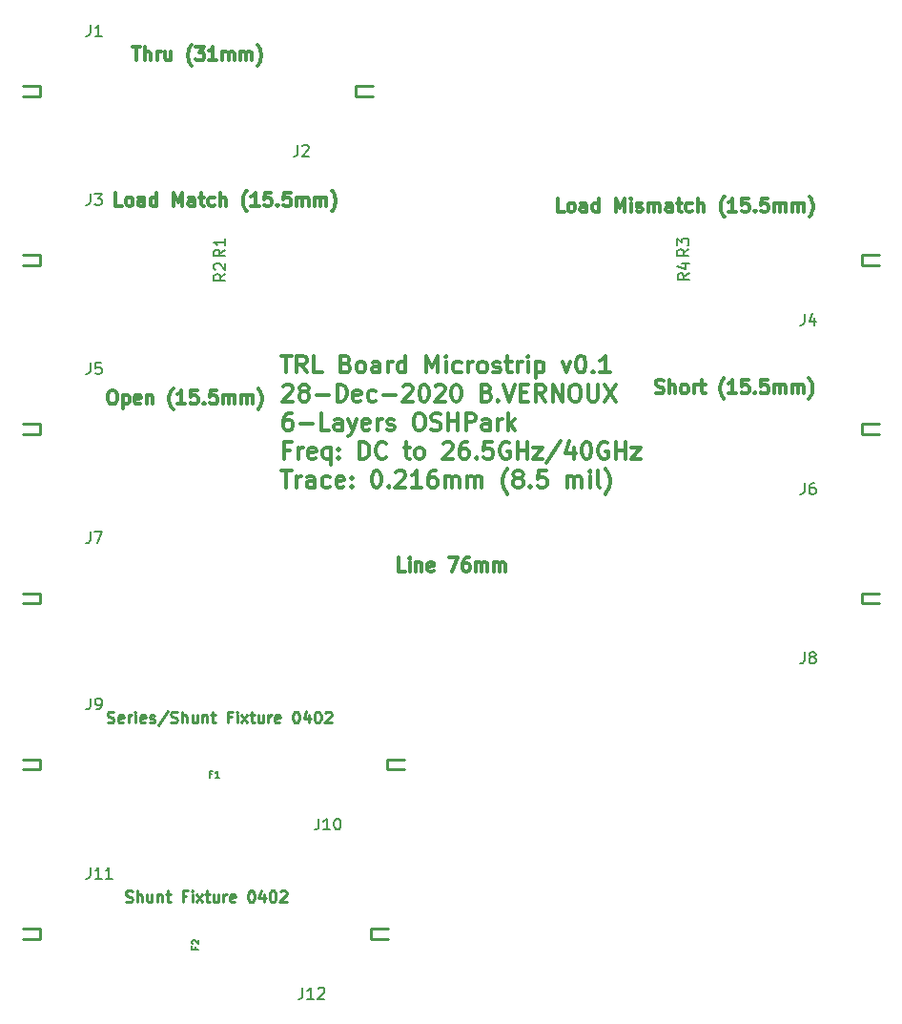
<source format=gto>
G04 #@! TF.GenerationSoftware,KiCad,Pcbnew,(5.1.7)-1*
G04 #@! TF.CreationDate,2020-12-28T13:52:33+01:00*
G04 #@! TF.ProjectId,6Layers_trl-board,364c6179-6572-4735-9f74-726c2d626f61,0.3*
G04 #@! TF.SameCoordinates,Original*
G04 #@! TF.FileFunction,Legend,Top*
G04 #@! TF.FilePolarity,Positive*
%FSLAX46Y46*%
G04 Gerber Fmt 4.6, Leading zero omitted, Abs format (unit mm)*
G04 Created by KiCad (PCBNEW (5.1.7)-1) date 2020-12-28 13:52:33*
%MOMM*%
%LPD*%
G01*
G04 APERTURE LIST*
%ADD10C,0.300000*%
%ADD11C,0.250000*%
%ADD12C,0.150000*%
G04 APERTURE END LIST*
D10*
X126177857Y-81318571D02*
X127035000Y-81318571D01*
X126606428Y-82818571D02*
X126606428Y-81318571D01*
X128392142Y-82818571D02*
X127892142Y-82104285D01*
X127535000Y-82818571D02*
X127535000Y-81318571D01*
X128106428Y-81318571D01*
X128249285Y-81390000D01*
X128320714Y-81461428D01*
X128392142Y-81604285D01*
X128392142Y-81818571D01*
X128320714Y-81961428D01*
X128249285Y-82032857D01*
X128106428Y-82104285D01*
X127535000Y-82104285D01*
X129749285Y-82818571D02*
X129035000Y-82818571D01*
X129035000Y-81318571D01*
X131892142Y-82032857D02*
X132106428Y-82104285D01*
X132177857Y-82175714D01*
X132249285Y-82318571D01*
X132249285Y-82532857D01*
X132177857Y-82675714D01*
X132106428Y-82747142D01*
X131963571Y-82818571D01*
X131392142Y-82818571D01*
X131392142Y-81318571D01*
X131892142Y-81318571D01*
X132035000Y-81390000D01*
X132106428Y-81461428D01*
X132177857Y-81604285D01*
X132177857Y-81747142D01*
X132106428Y-81890000D01*
X132035000Y-81961428D01*
X131892142Y-82032857D01*
X131392142Y-82032857D01*
X133106428Y-82818571D02*
X132963571Y-82747142D01*
X132892142Y-82675714D01*
X132820714Y-82532857D01*
X132820714Y-82104285D01*
X132892142Y-81961428D01*
X132963571Y-81890000D01*
X133106428Y-81818571D01*
X133320714Y-81818571D01*
X133463571Y-81890000D01*
X133535000Y-81961428D01*
X133606428Y-82104285D01*
X133606428Y-82532857D01*
X133535000Y-82675714D01*
X133463571Y-82747142D01*
X133320714Y-82818571D01*
X133106428Y-82818571D01*
X134892142Y-82818571D02*
X134892142Y-82032857D01*
X134820714Y-81890000D01*
X134677857Y-81818571D01*
X134392142Y-81818571D01*
X134249285Y-81890000D01*
X134892142Y-82747142D02*
X134749285Y-82818571D01*
X134392142Y-82818571D01*
X134249285Y-82747142D01*
X134177857Y-82604285D01*
X134177857Y-82461428D01*
X134249285Y-82318571D01*
X134392142Y-82247142D01*
X134749285Y-82247142D01*
X134892142Y-82175714D01*
X135606428Y-82818571D02*
X135606428Y-81818571D01*
X135606428Y-82104285D02*
X135677857Y-81961428D01*
X135749285Y-81890000D01*
X135892142Y-81818571D01*
X136035000Y-81818571D01*
X137177857Y-82818571D02*
X137177857Y-81318571D01*
X137177857Y-82747142D02*
X137035000Y-82818571D01*
X136749285Y-82818571D01*
X136606428Y-82747142D01*
X136535000Y-82675714D01*
X136463571Y-82532857D01*
X136463571Y-82104285D01*
X136535000Y-81961428D01*
X136606428Y-81890000D01*
X136749285Y-81818571D01*
X137035000Y-81818571D01*
X137177857Y-81890000D01*
X139035000Y-82818571D02*
X139035000Y-81318571D01*
X139535000Y-82390000D01*
X140035000Y-81318571D01*
X140035000Y-82818571D01*
X140749285Y-82818571D02*
X140749285Y-81818571D01*
X140749285Y-81318571D02*
X140677857Y-81390000D01*
X140749285Y-81461428D01*
X140820714Y-81390000D01*
X140749285Y-81318571D01*
X140749285Y-81461428D01*
X142106428Y-82747142D02*
X141963571Y-82818571D01*
X141677857Y-82818571D01*
X141535000Y-82747142D01*
X141463571Y-82675714D01*
X141392142Y-82532857D01*
X141392142Y-82104285D01*
X141463571Y-81961428D01*
X141535000Y-81890000D01*
X141677857Y-81818571D01*
X141963571Y-81818571D01*
X142106428Y-81890000D01*
X142749285Y-82818571D02*
X142749285Y-81818571D01*
X142749285Y-82104285D02*
X142820714Y-81961428D01*
X142892142Y-81890000D01*
X143035000Y-81818571D01*
X143177857Y-81818571D01*
X143892142Y-82818571D02*
X143749285Y-82747142D01*
X143677857Y-82675714D01*
X143606428Y-82532857D01*
X143606428Y-82104285D01*
X143677857Y-81961428D01*
X143749285Y-81890000D01*
X143892142Y-81818571D01*
X144106428Y-81818571D01*
X144249285Y-81890000D01*
X144320714Y-81961428D01*
X144392142Y-82104285D01*
X144392142Y-82532857D01*
X144320714Y-82675714D01*
X144249285Y-82747142D01*
X144106428Y-82818571D01*
X143892142Y-82818571D01*
X144963571Y-82747142D02*
X145106428Y-82818571D01*
X145392142Y-82818571D01*
X145535000Y-82747142D01*
X145606428Y-82604285D01*
X145606428Y-82532857D01*
X145535000Y-82390000D01*
X145392142Y-82318571D01*
X145177857Y-82318571D01*
X145035000Y-82247142D01*
X144963571Y-82104285D01*
X144963571Y-82032857D01*
X145035000Y-81890000D01*
X145177857Y-81818571D01*
X145392142Y-81818571D01*
X145535000Y-81890000D01*
X146035000Y-81818571D02*
X146606428Y-81818571D01*
X146249285Y-81318571D02*
X146249285Y-82604285D01*
X146320714Y-82747142D01*
X146463571Y-82818571D01*
X146606428Y-82818571D01*
X147106428Y-82818571D02*
X147106428Y-81818571D01*
X147106428Y-82104285D02*
X147177857Y-81961428D01*
X147249285Y-81890000D01*
X147392142Y-81818571D01*
X147535000Y-81818571D01*
X148035000Y-82818571D02*
X148035000Y-81818571D01*
X148035000Y-81318571D02*
X147963571Y-81390000D01*
X148035000Y-81461428D01*
X148106428Y-81390000D01*
X148035000Y-81318571D01*
X148035000Y-81461428D01*
X148749285Y-81818571D02*
X148749285Y-83318571D01*
X148749285Y-81890000D02*
X148892142Y-81818571D01*
X149177857Y-81818571D01*
X149320714Y-81890000D01*
X149392142Y-81961428D01*
X149463571Y-82104285D01*
X149463571Y-82532857D01*
X149392142Y-82675714D01*
X149320714Y-82747142D01*
X149177857Y-82818571D01*
X148892142Y-82818571D01*
X148749285Y-82747142D01*
X151106428Y-81818571D02*
X151463571Y-82818571D01*
X151820714Y-81818571D01*
X152677857Y-81318571D02*
X152820714Y-81318571D01*
X152963571Y-81390000D01*
X153035000Y-81461428D01*
X153106428Y-81604285D01*
X153177857Y-81890000D01*
X153177857Y-82247142D01*
X153106428Y-82532857D01*
X153035000Y-82675714D01*
X152963571Y-82747142D01*
X152820714Y-82818571D01*
X152677857Y-82818571D01*
X152535000Y-82747142D01*
X152463571Y-82675714D01*
X152392142Y-82532857D01*
X152320714Y-82247142D01*
X152320714Y-81890000D01*
X152392142Y-81604285D01*
X152463571Y-81461428D01*
X152535000Y-81390000D01*
X152677857Y-81318571D01*
X153820714Y-82675714D02*
X153892142Y-82747142D01*
X153820714Y-82818571D01*
X153749285Y-82747142D01*
X153820714Y-82675714D01*
X153820714Y-82818571D01*
X155320714Y-82818571D02*
X154463571Y-82818571D01*
X154892142Y-82818571D02*
X154892142Y-81318571D01*
X154749285Y-81532857D01*
X154606428Y-81675714D01*
X154463571Y-81747142D01*
X126320714Y-84011428D02*
X126392142Y-83940000D01*
X126535000Y-83868571D01*
X126892142Y-83868571D01*
X127035000Y-83940000D01*
X127106428Y-84011428D01*
X127177857Y-84154285D01*
X127177857Y-84297142D01*
X127106428Y-84511428D01*
X126249285Y-85368571D01*
X127177857Y-85368571D01*
X128035000Y-84511428D02*
X127892142Y-84440000D01*
X127820714Y-84368571D01*
X127749285Y-84225714D01*
X127749285Y-84154285D01*
X127820714Y-84011428D01*
X127892142Y-83940000D01*
X128035000Y-83868571D01*
X128320714Y-83868571D01*
X128463571Y-83940000D01*
X128535000Y-84011428D01*
X128606428Y-84154285D01*
X128606428Y-84225714D01*
X128535000Y-84368571D01*
X128463571Y-84440000D01*
X128320714Y-84511428D01*
X128035000Y-84511428D01*
X127892142Y-84582857D01*
X127820714Y-84654285D01*
X127749285Y-84797142D01*
X127749285Y-85082857D01*
X127820714Y-85225714D01*
X127892142Y-85297142D01*
X128035000Y-85368571D01*
X128320714Y-85368571D01*
X128463571Y-85297142D01*
X128535000Y-85225714D01*
X128606428Y-85082857D01*
X128606428Y-84797142D01*
X128535000Y-84654285D01*
X128463571Y-84582857D01*
X128320714Y-84511428D01*
X129249285Y-84797142D02*
X130392142Y-84797142D01*
X131106428Y-85368571D02*
X131106428Y-83868571D01*
X131463571Y-83868571D01*
X131677857Y-83940000D01*
X131820714Y-84082857D01*
X131892142Y-84225714D01*
X131963571Y-84511428D01*
X131963571Y-84725714D01*
X131892142Y-85011428D01*
X131820714Y-85154285D01*
X131677857Y-85297142D01*
X131463571Y-85368571D01*
X131106428Y-85368571D01*
X133177857Y-85297142D02*
X133035000Y-85368571D01*
X132749285Y-85368571D01*
X132606428Y-85297142D01*
X132535000Y-85154285D01*
X132535000Y-84582857D01*
X132606428Y-84440000D01*
X132749285Y-84368571D01*
X133035000Y-84368571D01*
X133177857Y-84440000D01*
X133249285Y-84582857D01*
X133249285Y-84725714D01*
X132535000Y-84868571D01*
X134535000Y-85297142D02*
X134392142Y-85368571D01*
X134106428Y-85368571D01*
X133963571Y-85297142D01*
X133892142Y-85225714D01*
X133820714Y-85082857D01*
X133820714Y-84654285D01*
X133892142Y-84511428D01*
X133963571Y-84440000D01*
X134106428Y-84368571D01*
X134392142Y-84368571D01*
X134535000Y-84440000D01*
X135177857Y-84797142D02*
X136320714Y-84797142D01*
X136963571Y-84011428D02*
X137035000Y-83940000D01*
X137177857Y-83868571D01*
X137535000Y-83868571D01*
X137677857Y-83940000D01*
X137749285Y-84011428D01*
X137820714Y-84154285D01*
X137820714Y-84297142D01*
X137749285Y-84511428D01*
X136892142Y-85368571D01*
X137820714Y-85368571D01*
X138749285Y-83868571D02*
X138892142Y-83868571D01*
X139035000Y-83940000D01*
X139106428Y-84011428D01*
X139177857Y-84154285D01*
X139249285Y-84440000D01*
X139249285Y-84797142D01*
X139177857Y-85082857D01*
X139106428Y-85225714D01*
X139035000Y-85297142D01*
X138892142Y-85368571D01*
X138749285Y-85368571D01*
X138606428Y-85297142D01*
X138535000Y-85225714D01*
X138463571Y-85082857D01*
X138392142Y-84797142D01*
X138392142Y-84440000D01*
X138463571Y-84154285D01*
X138535000Y-84011428D01*
X138606428Y-83940000D01*
X138749285Y-83868571D01*
X139820714Y-84011428D02*
X139892142Y-83940000D01*
X140035000Y-83868571D01*
X140392142Y-83868571D01*
X140535000Y-83940000D01*
X140606428Y-84011428D01*
X140677857Y-84154285D01*
X140677857Y-84297142D01*
X140606428Y-84511428D01*
X139749285Y-85368571D01*
X140677857Y-85368571D01*
X141606428Y-83868571D02*
X141749285Y-83868571D01*
X141892142Y-83940000D01*
X141963571Y-84011428D01*
X142035000Y-84154285D01*
X142106428Y-84440000D01*
X142106428Y-84797142D01*
X142035000Y-85082857D01*
X141963571Y-85225714D01*
X141892142Y-85297142D01*
X141749285Y-85368571D01*
X141606428Y-85368571D01*
X141463571Y-85297142D01*
X141392142Y-85225714D01*
X141320714Y-85082857D01*
X141249285Y-84797142D01*
X141249285Y-84440000D01*
X141320714Y-84154285D01*
X141392142Y-84011428D01*
X141463571Y-83940000D01*
X141606428Y-83868571D01*
X144392142Y-84582857D02*
X144606428Y-84654285D01*
X144677857Y-84725714D01*
X144749285Y-84868571D01*
X144749285Y-85082857D01*
X144677857Y-85225714D01*
X144606428Y-85297142D01*
X144463571Y-85368571D01*
X143892142Y-85368571D01*
X143892142Y-83868571D01*
X144392142Y-83868571D01*
X144535000Y-83940000D01*
X144606428Y-84011428D01*
X144677857Y-84154285D01*
X144677857Y-84297142D01*
X144606428Y-84440000D01*
X144535000Y-84511428D01*
X144392142Y-84582857D01*
X143892142Y-84582857D01*
X145392142Y-85225714D02*
X145463571Y-85297142D01*
X145392142Y-85368571D01*
X145320714Y-85297142D01*
X145392142Y-85225714D01*
X145392142Y-85368571D01*
X145892142Y-83868571D02*
X146392142Y-85368571D01*
X146892142Y-83868571D01*
X147392142Y-84582857D02*
X147892142Y-84582857D01*
X148106428Y-85368571D02*
X147392142Y-85368571D01*
X147392142Y-83868571D01*
X148106428Y-83868571D01*
X149606428Y-85368571D02*
X149106428Y-84654285D01*
X148749285Y-85368571D02*
X148749285Y-83868571D01*
X149320714Y-83868571D01*
X149463571Y-83940000D01*
X149535000Y-84011428D01*
X149606428Y-84154285D01*
X149606428Y-84368571D01*
X149535000Y-84511428D01*
X149463571Y-84582857D01*
X149320714Y-84654285D01*
X148749285Y-84654285D01*
X150249285Y-85368571D02*
X150249285Y-83868571D01*
X151106428Y-85368571D01*
X151106428Y-83868571D01*
X152106428Y-83868571D02*
X152392142Y-83868571D01*
X152535000Y-83940000D01*
X152677857Y-84082857D01*
X152749285Y-84368571D01*
X152749285Y-84868571D01*
X152677857Y-85154285D01*
X152535000Y-85297142D01*
X152392142Y-85368571D01*
X152106428Y-85368571D01*
X151963571Y-85297142D01*
X151820714Y-85154285D01*
X151749285Y-84868571D01*
X151749285Y-84368571D01*
X151820714Y-84082857D01*
X151963571Y-83940000D01*
X152106428Y-83868571D01*
X153392142Y-83868571D02*
X153392142Y-85082857D01*
X153463571Y-85225714D01*
X153535000Y-85297142D01*
X153677857Y-85368571D01*
X153963571Y-85368571D01*
X154106428Y-85297142D01*
X154177857Y-85225714D01*
X154249285Y-85082857D01*
X154249285Y-83868571D01*
X154820714Y-83868571D02*
X155820714Y-85368571D01*
X155820714Y-83868571D02*
X154820714Y-85368571D01*
X127035000Y-86418571D02*
X126749285Y-86418571D01*
X126606428Y-86490000D01*
X126535000Y-86561428D01*
X126392142Y-86775714D01*
X126320714Y-87061428D01*
X126320714Y-87632857D01*
X126392142Y-87775714D01*
X126463571Y-87847142D01*
X126606428Y-87918571D01*
X126892142Y-87918571D01*
X127035000Y-87847142D01*
X127106428Y-87775714D01*
X127177857Y-87632857D01*
X127177857Y-87275714D01*
X127106428Y-87132857D01*
X127035000Y-87061428D01*
X126892142Y-86990000D01*
X126606428Y-86990000D01*
X126463571Y-87061428D01*
X126392142Y-87132857D01*
X126320714Y-87275714D01*
X127820714Y-87347142D02*
X128963571Y-87347142D01*
X130392142Y-87918571D02*
X129677857Y-87918571D01*
X129677857Y-86418571D01*
X131535000Y-87918571D02*
X131535000Y-87132857D01*
X131463571Y-86990000D01*
X131320714Y-86918571D01*
X131035000Y-86918571D01*
X130892142Y-86990000D01*
X131535000Y-87847142D02*
X131392142Y-87918571D01*
X131035000Y-87918571D01*
X130892142Y-87847142D01*
X130820714Y-87704285D01*
X130820714Y-87561428D01*
X130892142Y-87418571D01*
X131035000Y-87347142D01*
X131392142Y-87347142D01*
X131535000Y-87275714D01*
X132106428Y-86918571D02*
X132463571Y-87918571D01*
X132820714Y-86918571D02*
X132463571Y-87918571D01*
X132320714Y-88275714D01*
X132249285Y-88347142D01*
X132106428Y-88418571D01*
X133963571Y-87847142D02*
X133820714Y-87918571D01*
X133535000Y-87918571D01*
X133392142Y-87847142D01*
X133320714Y-87704285D01*
X133320714Y-87132857D01*
X133392142Y-86990000D01*
X133535000Y-86918571D01*
X133820714Y-86918571D01*
X133963571Y-86990000D01*
X134035000Y-87132857D01*
X134035000Y-87275714D01*
X133320714Y-87418571D01*
X134677857Y-87918571D02*
X134677857Y-86918571D01*
X134677857Y-87204285D02*
X134749285Y-87061428D01*
X134820714Y-86990000D01*
X134963571Y-86918571D01*
X135106428Y-86918571D01*
X135535000Y-87847142D02*
X135677857Y-87918571D01*
X135963571Y-87918571D01*
X136106428Y-87847142D01*
X136177857Y-87704285D01*
X136177857Y-87632857D01*
X136106428Y-87490000D01*
X135963571Y-87418571D01*
X135749285Y-87418571D01*
X135606428Y-87347142D01*
X135535000Y-87204285D01*
X135535000Y-87132857D01*
X135606428Y-86990000D01*
X135749285Y-86918571D01*
X135963571Y-86918571D01*
X136106428Y-86990000D01*
X138249285Y-86418571D02*
X138535000Y-86418571D01*
X138677857Y-86490000D01*
X138820714Y-86632857D01*
X138892142Y-86918571D01*
X138892142Y-87418571D01*
X138820714Y-87704285D01*
X138677857Y-87847142D01*
X138535000Y-87918571D01*
X138249285Y-87918571D01*
X138106428Y-87847142D01*
X137963571Y-87704285D01*
X137892142Y-87418571D01*
X137892142Y-86918571D01*
X137963571Y-86632857D01*
X138106428Y-86490000D01*
X138249285Y-86418571D01*
X139463571Y-87847142D02*
X139677857Y-87918571D01*
X140035000Y-87918571D01*
X140177857Y-87847142D01*
X140249285Y-87775714D01*
X140320714Y-87632857D01*
X140320714Y-87490000D01*
X140249285Y-87347142D01*
X140177857Y-87275714D01*
X140035000Y-87204285D01*
X139749285Y-87132857D01*
X139606428Y-87061428D01*
X139535000Y-86990000D01*
X139463571Y-86847142D01*
X139463571Y-86704285D01*
X139535000Y-86561428D01*
X139606428Y-86490000D01*
X139749285Y-86418571D01*
X140106428Y-86418571D01*
X140320714Y-86490000D01*
X140963571Y-87918571D02*
X140963571Y-86418571D01*
X140963571Y-87132857D02*
X141820714Y-87132857D01*
X141820714Y-87918571D02*
X141820714Y-86418571D01*
X142535000Y-87918571D02*
X142535000Y-86418571D01*
X143106428Y-86418571D01*
X143249285Y-86490000D01*
X143320714Y-86561428D01*
X143392142Y-86704285D01*
X143392142Y-86918571D01*
X143320714Y-87061428D01*
X143249285Y-87132857D01*
X143106428Y-87204285D01*
X142535000Y-87204285D01*
X144677857Y-87918571D02*
X144677857Y-87132857D01*
X144606428Y-86990000D01*
X144463571Y-86918571D01*
X144177857Y-86918571D01*
X144035000Y-86990000D01*
X144677857Y-87847142D02*
X144535000Y-87918571D01*
X144177857Y-87918571D01*
X144035000Y-87847142D01*
X143963571Y-87704285D01*
X143963571Y-87561428D01*
X144035000Y-87418571D01*
X144177857Y-87347142D01*
X144535000Y-87347142D01*
X144677857Y-87275714D01*
X145392142Y-87918571D02*
X145392142Y-86918571D01*
X145392142Y-87204285D02*
X145463571Y-87061428D01*
X145535000Y-86990000D01*
X145677857Y-86918571D01*
X145820714Y-86918571D01*
X146320714Y-87918571D02*
X146320714Y-86418571D01*
X146463571Y-87347142D02*
X146892142Y-87918571D01*
X146892142Y-86918571D02*
X146320714Y-87490000D01*
X126892142Y-89682857D02*
X126392142Y-89682857D01*
X126392142Y-90468571D02*
X126392142Y-88968571D01*
X127106428Y-88968571D01*
X127677857Y-90468571D02*
X127677857Y-89468571D01*
X127677857Y-89754285D02*
X127749285Y-89611428D01*
X127820714Y-89540000D01*
X127963571Y-89468571D01*
X128106428Y-89468571D01*
X129177857Y-90397142D02*
X129035000Y-90468571D01*
X128749285Y-90468571D01*
X128606428Y-90397142D01*
X128535000Y-90254285D01*
X128535000Y-89682857D01*
X128606428Y-89540000D01*
X128749285Y-89468571D01*
X129035000Y-89468571D01*
X129177857Y-89540000D01*
X129249285Y-89682857D01*
X129249285Y-89825714D01*
X128535000Y-89968571D01*
X130535000Y-89468571D02*
X130535000Y-90968571D01*
X130535000Y-90397142D02*
X130392142Y-90468571D01*
X130106428Y-90468571D01*
X129963571Y-90397142D01*
X129892142Y-90325714D01*
X129820714Y-90182857D01*
X129820714Y-89754285D01*
X129892142Y-89611428D01*
X129963571Y-89540000D01*
X130106428Y-89468571D01*
X130392142Y-89468571D01*
X130535000Y-89540000D01*
X131249285Y-90325714D02*
X131320714Y-90397142D01*
X131249285Y-90468571D01*
X131177857Y-90397142D01*
X131249285Y-90325714D01*
X131249285Y-90468571D01*
X131249285Y-89540000D02*
X131320714Y-89611428D01*
X131249285Y-89682857D01*
X131177857Y-89611428D01*
X131249285Y-89540000D01*
X131249285Y-89682857D01*
X133106428Y-90468571D02*
X133106428Y-88968571D01*
X133463571Y-88968571D01*
X133677857Y-89040000D01*
X133820714Y-89182857D01*
X133892142Y-89325714D01*
X133963571Y-89611428D01*
X133963571Y-89825714D01*
X133892142Y-90111428D01*
X133820714Y-90254285D01*
X133677857Y-90397142D01*
X133463571Y-90468571D01*
X133106428Y-90468571D01*
X135463571Y-90325714D02*
X135392142Y-90397142D01*
X135177857Y-90468571D01*
X135035000Y-90468571D01*
X134820714Y-90397142D01*
X134677857Y-90254285D01*
X134606428Y-90111428D01*
X134535000Y-89825714D01*
X134535000Y-89611428D01*
X134606428Y-89325714D01*
X134677857Y-89182857D01*
X134820714Y-89040000D01*
X135035000Y-88968571D01*
X135177857Y-88968571D01*
X135392142Y-89040000D01*
X135463571Y-89111428D01*
X137035000Y-89468571D02*
X137606428Y-89468571D01*
X137249285Y-88968571D02*
X137249285Y-90254285D01*
X137320714Y-90397142D01*
X137463571Y-90468571D01*
X137606428Y-90468571D01*
X138320714Y-90468571D02*
X138177857Y-90397142D01*
X138106428Y-90325714D01*
X138035000Y-90182857D01*
X138035000Y-89754285D01*
X138106428Y-89611428D01*
X138177857Y-89540000D01*
X138320714Y-89468571D01*
X138535000Y-89468571D01*
X138677857Y-89540000D01*
X138749285Y-89611428D01*
X138820714Y-89754285D01*
X138820714Y-90182857D01*
X138749285Y-90325714D01*
X138677857Y-90397142D01*
X138535000Y-90468571D01*
X138320714Y-90468571D01*
X140535000Y-89111428D02*
X140606428Y-89040000D01*
X140749285Y-88968571D01*
X141106428Y-88968571D01*
X141249285Y-89040000D01*
X141320714Y-89111428D01*
X141392142Y-89254285D01*
X141392142Y-89397142D01*
X141320714Y-89611428D01*
X140463571Y-90468571D01*
X141392142Y-90468571D01*
X142677857Y-88968571D02*
X142392142Y-88968571D01*
X142249285Y-89040000D01*
X142177857Y-89111428D01*
X142035000Y-89325714D01*
X141963571Y-89611428D01*
X141963571Y-90182857D01*
X142035000Y-90325714D01*
X142106428Y-90397142D01*
X142249285Y-90468571D01*
X142535000Y-90468571D01*
X142677857Y-90397142D01*
X142749285Y-90325714D01*
X142820714Y-90182857D01*
X142820714Y-89825714D01*
X142749285Y-89682857D01*
X142677857Y-89611428D01*
X142535000Y-89540000D01*
X142249285Y-89540000D01*
X142106428Y-89611428D01*
X142035000Y-89682857D01*
X141963571Y-89825714D01*
X143463571Y-90325714D02*
X143535000Y-90397142D01*
X143463571Y-90468571D01*
X143392142Y-90397142D01*
X143463571Y-90325714D01*
X143463571Y-90468571D01*
X144892142Y-88968571D02*
X144177857Y-88968571D01*
X144106428Y-89682857D01*
X144177857Y-89611428D01*
X144320714Y-89540000D01*
X144677857Y-89540000D01*
X144820714Y-89611428D01*
X144892142Y-89682857D01*
X144963571Y-89825714D01*
X144963571Y-90182857D01*
X144892142Y-90325714D01*
X144820714Y-90397142D01*
X144677857Y-90468571D01*
X144320714Y-90468571D01*
X144177857Y-90397142D01*
X144106428Y-90325714D01*
X146392142Y-89040000D02*
X146249285Y-88968571D01*
X146035000Y-88968571D01*
X145820714Y-89040000D01*
X145677857Y-89182857D01*
X145606428Y-89325714D01*
X145535000Y-89611428D01*
X145535000Y-89825714D01*
X145606428Y-90111428D01*
X145677857Y-90254285D01*
X145820714Y-90397142D01*
X146035000Y-90468571D01*
X146177857Y-90468571D01*
X146392142Y-90397142D01*
X146463571Y-90325714D01*
X146463571Y-89825714D01*
X146177857Y-89825714D01*
X147106428Y-90468571D02*
X147106428Y-88968571D01*
X147106428Y-89682857D02*
X147963571Y-89682857D01*
X147963571Y-90468571D02*
X147963571Y-88968571D01*
X148535000Y-89468571D02*
X149320714Y-89468571D01*
X148535000Y-90468571D01*
X149320714Y-90468571D01*
X150963571Y-88897142D02*
X149677857Y-90825714D01*
X152106428Y-89468571D02*
X152106428Y-90468571D01*
X151749285Y-88897142D02*
X151392142Y-89968571D01*
X152320714Y-89968571D01*
X153177857Y-88968571D02*
X153320714Y-88968571D01*
X153463571Y-89040000D01*
X153535000Y-89111428D01*
X153606428Y-89254285D01*
X153677857Y-89540000D01*
X153677857Y-89897142D01*
X153606428Y-90182857D01*
X153535000Y-90325714D01*
X153463571Y-90397142D01*
X153320714Y-90468571D01*
X153177857Y-90468571D01*
X153035000Y-90397142D01*
X152963571Y-90325714D01*
X152892142Y-90182857D01*
X152820714Y-89897142D01*
X152820714Y-89540000D01*
X152892142Y-89254285D01*
X152963571Y-89111428D01*
X153035000Y-89040000D01*
X153177857Y-88968571D01*
X155106428Y-89040000D02*
X154963571Y-88968571D01*
X154749285Y-88968571D01*
X154535000Y-89040000D01*
X154392142Y-89182857D01*
X154320714Y-89325714D01*
X154249285Y-89611428D01*
X154249285Y-89825714D01*
X154320714Y-90111428D01*
X154392142Y-90254285D01*
X154535000Y-90397142D01*
X154749285Y-90468571D01*
X154892142Y-90468571D01*
X155106428Y-90397142D01*
X155177857Y-90325714D01*
X155177857Y-89825714D01*
X154892142Y-89825714D01*
X155820714Y-90468571D02*
X155820714Y-88968571D01*
X155820714Y-89682857D02*
X156677857Y-89682857D01*
X156677857Y-90468571D02*
X156677857Y-88968571D01*
X157249285Y-89468571D02*
X158035000Y-89468571D01*
X157249285Y-90468571D01*
X158035000Y-90468571D01*
X126177857Y-91518571D02*
X127035000Y-91518571D01*
X126606428Y-93018571D02*
X126606428Y-91518571D01*
X127535000Y-93018571D02*
X127535000Y-92018571D01*
X127535000Y-92304285D02*
X127606428Y-92161428D01*
X127677857Y-92090000D01*
X127820714Y-92018571D01*
X127963571Y-92018571D01*
X129106428Y-93018571D02*
X129106428Y-92232857D01*
X129035000Y-92090000D01*
X128892142Y-92018571D01*
X128606428Y-92018571D01*
X128463571Y-92090000D01*
X129106428Y-92947142D02*
X128963571Y-93018571D01*
X128606428Y-93018571D01*
X128463571Y-92947142D01*
X128392142Y-92804285D01*
X128392142Y-92661428D01*
X128463571Y-92518571D01*
X128606428Y-92447142D01*
X128963571Y-92447142D01*
X129106428Y-92375714D01*
X130463571Y-92947142D02*
X130320714Y-93018571D01*
X130035000Y-93018571D01*
X129892142Y-92947142D01*
X129820714Y-92875714D01*
X129749285Y-92732857D01*
X129749285Y-92304285D01*
X129820714Y-92161428D01*
X129892142Y-92090000D01*
X130035000Y-92018571D01*
X130320714Y-92018571D01*
X130463571Y-92090000D01*
X131677857Y-92947142D02*
X131535000Y-93018571D01*
X131249285Y-93018571D01*
X131106428Y-92947142D01*
X131035000Y-92804285D01*
X131035000Y-92232857D01*
X131106428Y-92090000D01*
X131249285Y-92018571D01*
X131535000Y-92018571D01*
X131677857Y-92090000D01*
X131749285Y-92232857D01*
X131749285Y-92375714D01*
X131035000Y-92518571D01*
X132392142Y-92875714D02*
X132463571Y-92947142D01*
X132392142Y-93018571D01*
X132320714Y-92947142D01*
X132392142Y-92875714D01*
X132392142Y-93018571D01*
X132392142Y-92090000D02*
X132463571Y-92161428D01*
X132392142Y-92232857D01*
X132320714Y-92161428D01*
X132392142Y-92090000D01*
X132392142Y-92232857D01*
X134535000Y-91518571D02*
X134677857Y-91518571D01*
X134820714Y-91590000D01*
X134892142Y-91661428D01*
X134963571Y-91804285D01*
X135035000Y-92090000D01*
X135035000Y-92447142D01*
X134963571Y-92732857D01*
X134892142Y-92875714D01*
X134820714Y-92947142D01*
X134677857Y-93018571D01*
X134535000Y-93018571D01*
X134392142Y-92947142D01*
X134320714Y-92875714D01*
X134249285Y-92732857D01*
X134177857Y-92447142D01*
X134177857Y-92090000D01*
X134249285Y-91804285D01*
X134320714Y-91661428D01*
X134392142Y-91590000D01*
X134535000Y-91518571D01*
X135677857Y-92875714D02*
X135749285Y-92947142D01*
X135677857Y-93018571D01*
X135606428Y-92947142D01*
X135677857Y-92875714D01*
X135677857Y-93018571D01*
X136320714Y-91661428D02*
X136392142Y-91590000D01*
X136535000Y-91518571D01*
X136892142Y-91518571D01*
X137035000Y-91590000D01*
X137106428Y-91661428D01*
X137177857Y-91804285D01*
X137177857Y-91947142D01*
X137106428Y-92161428D01*
X136249285Y-93018571D01*
X137177857Y-93018571D01*
X138606428Y-93018571D02*
X137749285Y-93018571D01*
X138177857Y-93018571D02*
X138177857Y-91518571D01*
X138035000Y-91732857D01*
X137892142Y-91875714D01*
X137749285Y-91947142D01*
X139892142Y-91518571D02*
X139606428Y-91518571D01*
X139463571Y-91590000D01*
X139392142Y-91661428D01*
X139249285Y-91875714D01*
X139177857Y-92161428D01*
X139177857Y-92732857D01*
X139249285Y-92875714D01*
X139320714Y-92947142D01*
X139463571Y-93018571D01*
X139749285Y-93018571D01*
X139892142Y-92947142D01*
X139963571Y-92875714D01*
X140035000Y-92732857D01*
X140035000Y-92375714D01*
X139963571Y-92232857D01*
X139892142Y-92161428D01*
X139749285Y-92090000D01*
X139463571Y-92090000D01*
X139320714Y-92161428D01*
X139249285Y-92232857D01*
X139177857Y-92375714D01*
X140677857Y-93018571D02*
X140677857Y-92018571D01*
X140677857Y-92161428D02*
X140749285Y-92090000D01*
X140892142Y-92018571D01*
X141106428Y-92018571D01*
X141249285Y-92090000D01*
X141320714Y-92232857D01*
X141320714Y-93018571D01*
X141320714Y-92232857D02*
X141392142Y-92090000D01*
X141535000Y-92018571D01*
X141749285Y-92018571D01*
X141892142Y-92090000D01*
X141963571Y-92232857D01*
X141963571Y-93018571D01*
X142677857Y-93018571D02*
X142677857Y-92018571D01*
X142677857Y-92161428D02*
X142749285Y-92090000D01*
X142892142Y-92018571D01*
X143106428Y-92018571D01*
X143249285Y-92090000D01*
X143320714Y-92232857D01*
X143320714Y-93018571D01*
X143320714Y-92232857D02*
X143392142Y-92090000D01*
X143535000Y-92018571D01*
X143749285Y-92018571D01*
X143892142Y-92090000D01*
X143963571Y-92232857D01*
X143963571Y-93018571D01*
X146249285Y-93590000D02*
X146177857Y-93518571D01*
X146035000Y-93304285D01*
X145963571Y-93161428D01*
X145892142Y-92947142D01*
X145820714Y-92590000D01*
X145820714Y-92304285D01*
X145892142Y-91947142D01*
X145963571Y-91732857D01*
X146035000Y-91590000D01*
X146177857Y-91375714D01*
X146249285Y-91304285D01*
X147035000Y-92161428D02*
X146892142Y-92090000D01*
X146820714Y-92018571D01*
X146749285Y-91875714D01*
X146749285Y-91804285D01*
X146820714Y-91661428D01*
X146892142Y-91590000D01*
X147035000Y-91518571D01*
X147320714Y-91518571D01*
X147463571Y-91590000D01*
X147535000Y-91661428D01*
X147606428Y-91804285D01*
X147606428Y-91875714D01*
X147535000Y-92018571D01*
X147463571Y-92090000D01*
X147320714Y-92161428D01*
X147035000Y-92161428D01*
X146892142Y-92232857D01*
X146820714Y-92304285D01*
X146749285Y-92447142D01*
X146749285Y-92732857D01*
X146820714Y-92875714D01*
X146892142Y-92947142D01*
X147035000Y-93018571D01*
X147320714Y-93018571D01*
X147463571Y-92947142D01*
X147535000Y-92875714D01*
X147606428Y-92732857D01*
X147606428Y-92447142D01*
X147535000Y-92304285D01*
X147463571Y-92232857D01*
X147320714Y-92161428D01*
X148249285Y-92875714D02*
X148320714Y-92947142D01*
X148249285Y-93018571D01*
X148177857Y-92947142D01*
X148249285Y-92875714D01*
X148249285Y-93018571D01*
X149677857Y-91518571D02*
X148963571Y-91518571D01*
X148892142Y-92232857D01*
X148963571Y-92161428D01*
X149106428Y-92090000D01*
X149463571Y-92090000D01*
X149606428Y-92161428D01*
X149677857Y-92232857D01*
X149749285Y-92375714D01*
X149749285Y-92732857D01*
X149677857Y-92875714D01*
X149606428Y-92947142D01*
X149463571Y-93018571D01*
X149106428Y-93018571D01*
X148963571Y-92947142D01*
X148892142Y-92875714D01*
X151535000Y-93018571D02*
X151535000Y-92018571D01*
X151535000Y-92161428D02*
X151606428Y-92090000D01*
X151749285Y-92018571D01*
X151963571Y-92018571D01*
X152106428Y-92090000D01*
X152177857Y-92232857D01*
X152177857Y-93018571D01*
X152177857Y-92232857D02*
X152249285Y-92090000D01*
X152392142Y-92018571D01*
X152606428Y-92018571D01*
X152749285Y-92090000D01*
X152820714Y-92232857D01*
X152820714Y-93018571D01*
X153535000Y-93018571D02*
X153535000Y-92018571D01*
X153535000Y-91518571D02*
X153463571Y-91590000D01*
X153535000Y-91661428D01*
X153606428Y-91590000D01*
X153535000Y-91518571D01*
X153535000Y-91661428D01*
X154463571Y-93018571D02*
X154320714Y-92947142D01*
X154249285Y-92804285D01*
X154249285Y-91518571D01*
X154892142Y-93590000D02*
X154963571Y-93518571D01*
X155106428Y-93304285D01*
X155177857Y-93161428D01*
X155249285Y-92947142D01*
X155320714Y-92590000D01*
X155320714Y-92304285D01*
X155249285Y-91947142D01*
X155177857Y-91732857D01*
X155106428Y-91590000D01*
X154963571Y-91375714D01*
X154892142Y-91304285D01*
D11*
X112337142Y-129734761D02*
X112480000Y-129782380D01*
X112718095Y-129782380D01*
X112813333Y-129734761D01*
X112860952Y-129687142D01*
X112908571Y-129591904D01*
X112908571Y-129496666D01*
X112860952Y-129401428D01*
X112813333Y-129353809D01*
X112718095Y-129306190D01*
X112527619Y-129258571D01*
X112432380Y-129210952D01*
X112384761Y-129163333D01*
X112337142Y-129068095D01*
X112337142Y-128972857D01*
X112384761Y-128877619D01*
X112432380Y-128830000D01*
X112527619Y-128782380D01*
X112765714Y-128782380D01*
X112908571Y-128830000D01*
X113337142Y-129782380D02*
X113337142Y-128782380D01*
X113765714Y-129782380D02*
X113765714Y-129258571D01*
X113718095Y-129163333D01*
X113622857Y-129115714D01*
X113480000Y-129115714D01*
X113384761Y-129163333D01*
X113337142Y-129210952D01*
X114670476Y-129115714D02*
X114670476Y-129782380D01*
X114241904Y-129115714D02*
X114241904Y-129639523D01*
X114289523Y-129734761D01*
X114384761Y-129782380D01*
X114527619Y-129782380D01*
X114622857Y-129734761D01*
X114670476Y-129687142D01*
X115146666Y-129115714D02*
X115146666Y-129782380D01*
X115146666Y-129210952D02*
X115194285Y-129163333D01*
X115289523Y-129115714D01*
X115432380Y-129115714D01*
X115527619Y-129163333D01*
X115575238Y-129258571D01*
X115575238Y-129782380D01*
X115908571Y-129115714D02*
X116289523Y-129115714D01*
X116051428Y-128782380D02*
X116051428Y-129639523D01*
X116099047Y-129734761D01*
X116194285Y-129782380D01*
X116289523Y-129782380D01*
X117718095Y-129258571D02*
X117384761Y-129258571D01*
X117384761Y-129782380D02*
X117384761Y-128782380D01*
X117860952Y-128782380D01*
X118241904Y-129782380D02*
X118241904Y-129115714D01*
X118241904Y-128782380D02*
X118194285Y-128830000D01*
X118241904Y-128877619D01*
X118289523Y-128830000D01*
X118241904Y-128782380D01*
X118241904Y-128877619D01*
X118622857Y-129782380D02*
X119146666Y-129115714D01*
X118622857Y-129115714D02*
X119146666Y-129782380D01*
X119384761Y-129115714D02*
X119765714Y-129115714D01*
X119527619Y-128782380D02*
X119527619Y-129639523D01*
X119575238Y-129734761D01*
X119670476Y-129782380D01*
X119765714Y-129782380D01*
X120527619Y-129115714D02*
X120527619Y-129782380D01*
X120099047Y-129115714D02*
X120099047Y-129639523D01*
X120146666Y-129734761D01*
X120241904Y-129782380D01*
X120384761Y-129782380D01*
X120480000Y-129734761D01*
X120527619Y-129687142D01*
X121003809Y-129782380D02*
X121003809Y-129115714D01*
X121003809Y-129306190D02*
X121051428Y-129210952D01*
X121099047Y-129163333D01*
X121194285Y-129115714D01*
X121289523Y-129115714D01*
X122003809Y-129734761D02*
X121908571Y-129782380D01*
X121718095Y-129782380D01*
X121622857Y-129734761D01*
X121575238Y-129639523D01*
X121575238Y-129258571D01*
X121622857Y-129163333D01*
X121718095Y-129115714D01*
X121908571Y-129115714D01*
X122003809Y-129163333D01*
X122051428Y-129258571D01*
X122051428Y-129353809D01*
X121575238Y-129449047D01*
X123432380Y-128782380D02*
X123527619Y-128782380D01*
X123622857Y-128830000D01*
X123670476Y-128877619D01*
X123718095Y-128972857D01*
X123765714Y-129163333D01*
X123765714Y-129401428D01*
X123718095Y-129591904D01*
X123670476Y-129687142D01*
X123622857Y-129734761D01*
X123527619Y-129782380D01*
X123432380Y-129782380D01*
X123337142Y-129734761D01*
X123289523Y-129687142D01*
X123241904Y-129591904D01*
X123194285Y-129401428D01*
X123194285Y-129163333D01*
X123241904Y-128972857D01*
X123289523Y-128877619D01*
X123337142Y-128830000D01*
X123432380Y-128782380D01*
X124622857Y-129115714D02*
X124622857Y-129782380D01*
X124384761Y-128734761D02*
X124146666Y-129449047D01*
X124765714Y-129449047D01*
X125337142Y-128782380D02*
X125432380Y-128782380D01*
X125527619Y-128830000D01*
X125575238Y-128877619D01*
X125622857Y-128972857D01*
X125670476Y-129163333D01*
X125670476Y-129401428D01*
X125622857Y-129591904D01*
X125575238Y-129687142D01*
X125527619Y-129734761D01*
X125432380Y-129782380D01*
X125337142Y-129782380D01*
X125241904Y-129734761D01*
X125194285Y-129687142D01*
X125146666Y-129591904D01*
X125099047Y-129401428D01*
X125099047Y-129163333D01*
X125146666Y-128972857D01*
X125194285Y-128877619D01*
X125241904Y-128830000D01*
X125337142Y-128782380D01*
X126051428Y-128877619D02*
X126099047Y-128830000D01*
X126194285Y-128782380D01*
X126432380Y-128782380D01*
X126527619Y-128830000D01*
X126575238Y-128877619D01*
X126622857Y-128972857D01*
X126622857Y-129068095D01*
X126575238Y-129210952D01*
X126003809Y-129782380D01*
X126622857Y-129782380D01*
X110707619Y-113834761D02*
X110850476Y-113882380D01*
X111088571Y-113882380D01*
X111183809Y-113834761D01*
X111231428Y-113787142D01*
X111279047Y-113691904D01*
X111279047Y-113596666D01*
X111231428Y-113501428D01*
X111183809Y-113453809D01*
X111088571Y-113406190D01*
X110898095Y-113358571D01*
X110802857Y-113310952D01*
X110755238Y-113263333D01*
X110707619Y-113168095D01*
X110707619Y-113072857D01*
X110755238Y-112977619D01*
X110802857Y-112930000D01*
X110898095Y-112882380D01*
X111136190Y-112882380D01*
X111279047Y-112930000D01*
X112088571Y-113834761D02*
X111993333Y-113882380D01*
X111802857Y-113882380D01*
X111707619Y-113834761D01*
X111660000Y-113739523D01*
X111660000Y-113358571D01*
X111707619Y-113263333D01*
X111802857Y-113215714D01*
X111993333Y-113215714D01*
X112088571Y-113263333D01*
X112136190Y-113358571D01*
X112136190Y-113453809D01*
X111660000Y-113549047D01*
X112564761Y-113882380D02*
X112564761Y-113215714D01*
X112564761Y-113406190D02*
X112612380Y-113310952D01*
X112660000Y-113263333D01*
X112755238Y-113215714D01*
X112850476Y-113215714D01*
X113183809Y-113882380D02*
X113183809Y-113215714D01*
X113183809Y-112882380D02*
X113136190Y-112930000D01*
X113183809Y-112977619D01*
X113231428Y-112930000D01*
X113183809Y-112882380D01*
X113183809Y-112977619D01*
X114040952Y-113834761D02*
X113945714Y-113882380D01*
X113755238Y-113882380D01*
X113660000Y-113834761D01*
X113612380Y-113739523D01*
X113612380Y-113358571D01*
X113660000Y-113263333D01*
X113755238Y-113215714D01*
X113945714Y-113215714D01*
X114040952Y-113263333D01*
X114088571Y-113358571D01*
X114088571Y-113453809D01*
X113612380Y-113549047D01*
X114469523Y-113834761D02*
X114564761Y-113882380D01*
X114755238Y-113882380D01*
X114850476Y-113834761D01*
X114898095Y-113739523D01*
X114898095Y-113691904D01*
X114850476Y-113596666D01*
X114755238Y-113549047D01*
X114612380Y-113549047D01*
X114517142Y-113501428D01*
X114469523Y-113406190D01*
X114469523Y-113358571D01*
X114517142Y-113263333D01*
X114612380Y-113215714D01*
X114755238Y-113215714D01*
X114850476Y-113263333D01*
X116040952Y-112834761D02*
X115183809Y-114120476D01*
X116326666Y-113834761D02*
X116469523Y-113882380D01*
X116707619Y-113882380D01*
X116802857Y-113834761D01*
X116850476Y-113787142D01*
X116898095Y-113691904D01*
X116898095Y-113596666D01*
X116850476Y-113501428D01*
X116802857Y-113453809D01*
X116707619Y-113406190D01*
X116517142Y-113358571D01*
X116421904Y-113310952D01*
X116374285Y-113263333D01*
X116326666Y-113168095D01*
X116326666Y-113072857D01*
X116374285Y-112977619D01*
X116421904Y-112930000D01*
X116517142Y-112882380D01*
X116755238Y-112882380D01*
X116898095Y-112930000D01*
X117326666Y-113882380D02*
X117326666Y-112882380D01*
X117755238Y-113882380D02*
X117755238Y-113358571D01*
X117707619Y-113263333D01*
X117612380Y-113215714D01*
X117469523Y-113215714D01*
X117374285Y-113263333D01*
X117326666Y-113310952D01*
X118660000Y-113215714D02*
X118660000Y-113882380D01*
X118231428Y-113215714D02*
X118231428Y-113739523D01*
X118279047Y-113834761D01*
X118374285Y-113882380D01*
X118517142Y-113882380D01*
X118612380Y-113834761D01*
X118660000Y-113787142D01*
X119136190Y-113215714D02*
X119136190Y-113882380D01*
X119136190Y-113310952D02*
X119183809Y-113263333D01*
X119279047Y-113215714D01*
X119421904Y-113215714D01*
X119517142Y-113263333D01*
X119564761Y-113358571D01*
X119564761Y-113882380D01*
X119898095Y-113215714D02*
X120279047Y-113215714D01*
X120040952Y-112882380D02*
X120040952Y-113739523D01*
X120088571Y-113834761D01*
X120183809Y-113882380D01*
X120279047Y-113882380D01*
X121707619Y-113358571D02*
X121374285Y-113358571D01*
X121374285Y-113882380D02*
X121374285Y-112882380D01*
X121850476Y-112882380D01*
X122231428Y-113882380D02*
X122231428Y-113215714D01*
X122231428Y-112882380D02*
X122183809Y-112930000D01*
X122231428Y-112977619D01*
X122279047Y-112930000D01*
X122231428Y-112882380D01*
X122231428Y-112977619D01*
X122612380Y-113882380D02*
X123136190Y-113215714D01*
X122612380Y-113215714D02*
X123136190Y-113882380D01*
X123374285Y-113215714D02*
X123755238Y-113215714D01*
X123517142Y-112882380D02*
X123517142Y-113739523D01*
X123564761Y-113834761D01*
X123659999Y-113882380D01*
X123755238Y-113882380D01*
X124517142Y-113215714D02*
X124517142Y-113882380D01*
X124088571Y-113215714D02*
X124088571Y-113739523D01*
X124136190Y-113834761D01*
X124231428Y-113882380D01*
X124374285Y-113882380D01*
X124469523Y-113834761D01*
X124517142Y-113787142D01*
X124993333Y-113882380D02*
X124993333Y-113215714D01*
X124993333Y-113406190D02*
X125040952Y-113310952D01*
X125088571Y-113263333D01*
X125183809Y-113215714D01*
X125279047Y-113215714D01*
X125993333Y-113834761D02*
X125898095Y-113882380D01*
X125707619Y-113882380D01*
X125612380Y-113834761D01*
X125564761Y-113739523D01*
X125564761Y-113358571D01*
X125612380Y-113263333D01*
X125707619Y-113215714D01*
X125898095Y-113215714D01*
X125993333Y-113263333D01*
X126040952Y-113358571D01*
X126040952Y-113453809D01*
X125564761Y-113549047D01*
X127421904Y-112882380D02*
X127517142Y-112882380D01*
X127612380Y-112930000D01*
X127659999Y-112977619D01*
X127707619Y-113072857D01*
X127755238Y-113263333D01*
X127755238Y-113501428D01*
X127707619Y-113691904D01*
X127659999Y-113787142D01*
X127612380Y-113834761D01*
X127517142Y-113882380D01*
X127421904Y-113882380D01*
X127326666Y-113834761D01*
X127279047Y-113787142D01*
X127231428Y-113691904D01*
X127183809Y-113501428D01*
X127183809Y-113263333D01*
X127231428Y-113072857D01*
X127279047Y-112977619D01*
X127326666Y-112930000D01*
X127421904Y-112882380D01*
X128612380Y-113215714D02*
X128612380Y-113882380D01*
X128374285Y-112834761D02*
X128136190Y-113549047D01*
X128755238Y-113549047D01*
X129326666Y-112882380D02*
X129421904Y-112882380D01*
X129517142Y-112930000D01*
X129564761Y-112977619D01*
X129612380Y-113072857D01*
X129659999Y-113263333D01*
X129659999Y-113501428D01*
X129612380Y-113691904D01*
X129564761Y-113787142D01*
X129517142Y-113834761D01*
X129421904Y-113882380D01*
X129326666Y-113882380D01*
X129231428Y-113834761D01*
X129183809Y-113787142D01*
X129136190Y-113691904D01*
X129088571Y-113501428D01*
X129088571Y-113263333D01*
X129136190Y-113072857D01*
X129183809Y-112977619D01*
X129231428Y-112930000D01*
X129326666Y-112882380D01*
X130040952Y-112977619D02*
X130088571Y-112930000D01*
X130183809Y-112882380D01*
X130421904Y-112882380D01*
X130517142Y-112930000D01*
X130564761Y-112977619D01*
X130612380Y-113072857D01*
X130612380Y-113168095D01*
X130564761Y-113310952D01*
X129993333Y-113882380D01*
X130612380Y-113882380D01*
D10*
X137138571Y-100442857D02*
X136567142Y-100442857D01*
X136567142Y-99242857D01*
X137538571Y-100442857D02*
X137538571Y-99642857D01*
X137538571Y-99242857D02*
X137481428Y-99300000D01*
X137538571Y-99357142D01*
X137595714Y-99300000D01*
X137538571Y-99242857D01*
X137538571Y-99357142D01*
X138110000Y-99642857D02*
X138110000Y-100442857D01*
X138110000Y-99757142D02*
X138167142Y-99700000D01*
X138281428Y-99642857D01*
X138452857Y-99642857D01*
X138567142Y-99700000D01*
X138624285Y-99814285D01*
X138624285Y-100442857D01*
X139652857Y-100385714D02*
X139538571Y-100442857D01*
X139310000Y-100442857D01*
X139195714Y-100385714D01*
X139138571Y-100271428D01*
X139138571Y-99814285D01*
X139195714Y-99700000D01*
X139310000Y-99642857D01*
X139538571Y-99642857D01*
X139652857Y-99700000D01*
X139710000Y-99814285D01*
X139710000Y-99928571D01*
X139138571Y-100042857D01*
X141024285Y-99242857D02*
X141824285Y-99242857D01*
X141310000Y-100442857D01*
X142795714Y-99242857D02*
X142567142Y-99242857D01*
X142452857Y-99300000D01*
X142395714Y-99357142D01*
X142281428Y-99528571D01*
X142224285Y-99757142D01*
X142224285Y-100214285D01*
X142281428Y-100328571D01*
X142338571Y-100385714D01*
X142452857Y-100442857D01*
X142681428Y-100442857D01*
X142795714Y-100385714D01*
X142852857Y-100328571D01*
X142910000Y-100214285D01*
X142910000Y-99928571D01*
X142852857Y-99814285D01*
X142795714Y-99757142D01*
X142681428Y-99700000D01*
X142452857Y-99700000D01*
X142338571Y-99757142D01*
X142281428Y-99814285D01*
X142224285Y-99928571D01*
X143424285Y-100442857D02*
X143424285Y-99642857D01*
X143424285Y-99757142D02*
X143481428Y-99700000D01*
X143595714Y-99642857D01*
X143767142Y-99642857D01*
X143881428Y-99700000D01*
X143938571Y-99814285D01*
X143938571Y-100442857D01*
X143938571Y-99814285D02*
X143995714Y-99700000D01*
X144110000Y-99642857D01*
X144281428Y-99642857D01*
X144395714Y-99700000D01*
X144452857Y-99814285D01*
X144452857Y-100442857D01*
X145024285Y-100442857D02*
X145024285Y-99642857D01*
X145024285Y-99757142D02*
X145081428Y-99700000D01*
X145195714Y-99642857D01*
X145367142Y-99642857D01*
X145481428Y-99700000D01*
X145538571Y-99814285D01*
X145538571Y-100442857D01*
X145538571Y-99814285D02*
X145595714Y-99700000D01*
X145710000Y-99642857D01*
X145881428Y-99642857D01*
X145995714Y-99700000D01*
X146052857Y-99814285D01*
X146052857Y-100442857D01*
X159400000Y-84605714D02*
X159571428Y-84662857D01*
X159857142Y-84662857D01*
X159971428Y-84605714D01*
X160028571Y-84548571D01*
X160085714Y-84434285D01*
X160085714Y-84320000D01*
X160028571Y-84205714D01*
X159971428Y-84148571D01*
X159857142Y-84091428D01*
X159628571Y-84034285D01*
X159514285Y-83977142D01*
X159457142Y-83920000D01*
X159400000Y-83805714D01*
X159400000Y-83691428D01*
X159457142Y-83577142D01*
X159514285Y-83520000D01*
X159628571Y-83462857D01*
X159914285Y-83462857D01*
X160085714Y-83520000D01*
X160600000Y-84662857D02*
X160600000Y-83462857D01*
X161114285Y-84662857D02*
X161114285Y-84034285D01*
X161057142Y-83920000D01*
X160942857Y-83862857D01*
X160771428Y-83862857D01*
X160657142Y-83920000D01*
X160600000Y-83977142D01*
X161857142Y-84662857D02*
X161742857Y-84605714D01*
X161685714Y-84548571D01*
X161628571Y-84434285D01*
X161628571Y-84091428D01*
X161685714Y-83977142D01*
X161742857Y-83920000D01*
X161857142Y-83862857D01*
X162028571Y-83862857D01*
X162142857Y-83920000D01*
X162200000Y-83977142D01*
X162257142Y-84091428D01*
X162257142Y-84434285D01*
X162200000Y-84548571D01*
X162142857Y-84605714D01*
X162028571Y-84662857D01*
X161857142Y-84662857D01*
X162771428Y-84662857D02*
X162771428Y-83862857D01*
X162771428Y-84091428D02*
X162828571Y-83977142D01*
X162885714Y-83920000D01*
X163000000Y-83862857D01*
X163114285Y-83862857D01*
X163342857Y-83862857D02*
X163800000Y-83862857D01*
X163514285Y-83462857D02*
X163514285Y-84491428D01*
X163571428Y-84605714D01*
X163685714Y-84662857D01*
X163800000Y-84662857D01*
X165457142Y-85120000D02*
X165400000Y-85062857D01*
X165285714Y-84891428D01*
X165228571Y-84777142D01*
X165171428Y-84605714D01*
X165114285Y-84320000D01*
X165114285Y-84091428D01*
X165171428Y-83805714D01*
X165228571Y-83634285D01*
X165285714Y-83520000D01*
X165400000Y-83348571D01*
X165457142Y-83291428D01*
X166542857Y-84662857D02*
X165857142Y-84662857D01*
X166200000Y-84662857D02*
X166200000Y-83462857D01*
X166085714Y-83634285D01*
X165971428Y-83748571D01*
X165857142Y-83805714D01*
X167628571Y-83462857D02*
X167057142Y-83462857D01*
X167000000Y-84034285D01*
X167057142Y-83977142D01*
X167171428Y-83920000D01*
X167457142Y-83920000D01*
X167571428Y-83977142D01*
X167628571Y-84034285D01*
X167685714Y-84148571D01*
X167685714Y-84434285D01*
X167628571Y-84548571D01*
X167571428Y-84605714D01*
X167457142Y-84662857D01*
X167171428Y-84662857D01*
X167057142Y-84605714D01*
X167000000Y-84548571D01*
X168200000Y-84548571D02*
X168257142Y-84605714D01*
X168200000Y-84662857D01*
X168142857Y-84605714D01*
X168200000Y-84548571D01*
X168200000Y-84662857D01*
X169342857Y-83462857D02*
X168771428Y-83462857D01*
X168714285Y-84034285D01*
X168771428Y-83977142D01*
X168885714Y-83920000D01*
X169171428Y-83920000D01*
X169285714Y-83977142D01*
X169342857Y-84034285D01*
X169400000Y-84148571D01*
X169400000Y-84434285D01*
X169342857Y-84548571D01*
X169285714Y-84605714D01*
X169171428Y-84662857D01*
X168885714Y-84662857D01*
X168771428Y-84605714D01*
X168714285Y-84548571D01*
X169914285Y-84662857D02*
X169914285Y-83862857D01*
X169914285Y-83977142D02*
X169971428Y-83920000D01*
X170085714Y-83862857D01*
X170257142Y-83862857D01*
X170371428Y-83920000D01*
X170428571Y-84034285D01*
X170428571Y-84662857D01*
X170428571Y-84034285D02*
X170485714Y-83920000D01*
X170600000Y-83862857D01*
X170771428Y-83862857D01*
X170885714Y-83920000D01*
X170942857Y-84034285D01*
X170942857Y-84662857D01*
X171514285Y-84662857D02*
X171514285Y-83862857D01*
X171514285Y-83977142D02*
X171571428Y-83920000D01*
X171685714Y-83862857D01*
X171857142Y-83862857D01*
X171971428Y-83920000D01*
X172028571Y-84034285D01*
X172028571Y-84662857D01*
X172028571Y-84034285D02*
X172085714Y-83920000D01*
X172200000Y-83862857D01*
X172371428Y-83862857D01*
X172485714Y-83920000D01*
X172542857Y-84034285D01*
X172542857Y-84662857D01*
X173000000Y-85120000D02*
X173057142Y-85062857D01*
X173171428Y-84891428D01*
X173228571Y-84777142D01*
X173285714Y-84605714D01*
X173342857Y-84320000D01*
X173342857Y-84091428D01*
X173285714Y-83805714D01*
X173228571Y-83634285D01*
X173171428Y-83520000D01*
X173057142Y-83348571D01*
X173000000Y-83291428D01*
X111048971Y-84392057D02*
X111277542Y-84392057D01*
X111391828Y-84449200D01*
X111506114Y-84563485D01*
X111563257Y-84792057D01*
X111563257Y-85192057D01*
X111506114Y-85420628D01*
X111391828Y-85534914D01*
X111277542Y-85592057D01*
X111048971Y-85592057D01*
X110934685Y-85534914D01*
X110820400Y-85420628D01*
X110763257Y-85192057D01*
X110763257Y-84792057D01*
X110820400Y-84563485D01*
X110934685Y-84449200D01*
X111048971Y-84392057D01*
X112077542Y-84792057D02*
X112077542Y-85992057D01*
X112077542Y-84849200D02*
X112191828Y-84792057D01*
X112420400Y-84792057D01*
X112534685Y-84849200D01*
X112591828Y-84906342D01*
X112648971Y-85020628D01*
X112648971Y-85363485D01*
X112591828Y-85477771D01*
X112534685Y-85534914D01*
X112420400Y-85592057D01*
X112191828Y-85592057D01*
X112077542Y-85534914D01*
X113620400Y-85534914D02*
X113506114Y-85592057D01*
X113277542Y-85592057D01*
X113163257Y-85534914D01*
X113106114Y-85420628D01*
X113106114Y-84963485D01*
X113163257Y-84849200D01*
X113277542Y-84792057D01*
X113506114Y-84792057D01*
X113620400Y-84849200D01*
X113677542Y-84963485D01*
X113677542Y-85077771D01*
X113106114Y-85192057D01*
X114191828Y-84792057D02*
X114191828Y-85592057D01*
X114191828Y-84906342D02*
X114248971Y-84849200D01*
X114363257Y-84792057D01*
X114534685Y-84792057D01*
X114648971Y-84849200D01*
X114706114Y-84963485D01*
X114706114Y-85592057D01*
X116534685Y-86049200D02*
X116477542Y-85992057D01*
X116363257Y-85820628D01*
X116306114Y-85706342D01*
X116248971Y-85534914D01*
X116191828Y-85249200D01*
X116191828Y-85020628D01*
X116248971Y-84734914D01*
X116306114Y-84563485D01*
X116363257Y-84449200D01*
X116477542Y-84277771D01*
X116534685Y-84220628D01*
X117620400Y-85592057D02*
X116934685Y-85592057D01*
X117277542Y-85592057D02*
X117277542Y-84392057D01*
X117163257Y-84563485D01*
X117048971Y-84677771D01*
X116934685Y-84734914D01*
X118706114Y-84392057D02*
X118134685Y-84392057D01*
X118077542Y-84963485D01*
X118134685Y-84906342D01*
X118248971Y-84849200D01*
X118534685Y-84849200D01*
X118648971Y-84906342D01*
X118706114Y-84963485D01*
X118763257Y-85077771D01*
X118763257Y-85363485D01*
X118706114Y-85477771D01*
X118648971Y-85534914D01*
X118534685Y-85592057D01*
X118248971Y-85592057D01*
X118134685Y-85534914D01*
X118077542Y-85477771D01*
X119277542Y-85477771D02*
X119334685Y-85534914D01*
X119277542Y-85592057D01*
X119220400Y-85534914D01*
X119277542Y-85477771D01*
X119277542Y-85592057D01*
X120420400Y-84392057D02*
X119848971Y-84392057D01*
X119791828Y-84963485D01*
X119848971Y-84906342D01*
X119963257Y-84849200D01*
X120248971Y-84849200D01*
X120363257Y-84906342D01*
X120420400Y-84963485D01*
X120477542Y-85077771D01*
X120477542Y-85363485D01*
X120420400Y-85477771D01*
X120363257Y-85534914D01*
X120248971Y-85592057D01*
X119963257Y-85592057D01*
X119848971Y-85534914D01*
X119791828Y-85477771D01*
X120991828Y-85592057D02*
X120991828Y-84792057D01*
X120991828Y-84906342D02*
X121048971Y-84849200D01*
X121163257Y-84792057D01*
X121334685Y-84792057D01*
X121448971Y-84849200D01*
X121506114Y-84963485D01*
X121506114Y-85592057D01*
X121506114Y-84963485D02*
X121563257Y-84849200D01*
X121677542Y-84792057D01*
X121848971Y-84792057D01*
X121963257Y-84849200D01*
X122020400Y-84963485D01*
X122020400Y-85592057D01*
X122591828Y-85592057D02*
X122591828Y-84792057D01*
X122591828Y-84906342D02*
X122648971Y-84849200D01*
X122763257Y-84792057D01*
X122934685Y-84792057D01*
X123048971Y-84849200D01*
X123106114Y-84963485D01*
X123106114Y-85592057D01*
X123106114Y-84963485D02*
X123163257Y-84849200D01*
X123277542Y-84792057D01*
X123448971Y-84792057D01*
X123563257Y-84849200D01*
X123620400Y-84963485D01*
X123620400Y-85592057D01*
X124077542Y-86049200D02*
X124134685Y-85992057D01*
X124248971Y-85820628D01*
X124306114Y-85706342D01*
X124363257Y-85534914D01*
X124420400Y-85249200D01*
X124420400Y-85020628D01*
X124363257Y-84734914D01*
X124306114Y-84563485D01*
X124248971Y-84449200D01*
X124134685Y-84277771D01*
X124077542Y-84220628D01*
X151248571Y-68552857D02*
X150677142Y-68552857D01*
X150677142Y-67352857D01*
X151820000Y-68552857D02*
X151705714Y-68495714D01*
X151648571Y-68438571D01*
X151591428Y-68324285D01*
X151591428Y-67981428D01*
X151648571Y-67867142D01*
X151705714Y-67810000D01*
X151820000Y-67752857D01*
X151991428Y-67752857D01*
X152105714Y-67810000D01*
X152162857Y-67867142D01*
X152220000Y-67981428D01*
X152220000Y-68324285D01*
X152162857Y-68438571D01*
X152105714Y-68495714D01*
X151991428Y-68552857D01*
X151820000Y-68552857D01*
X153248571Y-68552857D02*
X153248571Y-67924285D01*
X153191428Y-67810000D01*
X153077142Y-67752857D01*
X152848571Y-67752857D01*
X152734285Y-67810000D01*
X153248571Y-68495714D02*
X153134285Y-68552857D01*
X152848571Y-68552857D01*
X152734285Y-68495714D01*
X152677142Y-68381428D01*
X152677142Y-68267142D01*
X152734285Y-68152857D01*
X152848571Y-68095714D01*
X153134285Y-68095714D01*
X153248571Y-68038571D01*
X154334285Y-68552857D02*
X154334285Y-67352857D01*
X154334285Y-68495714D02*
X154220000Y-68552857D01*
X153991428Y-68552857D01*
X153877142Y-68495714D01*
X153820000Y-68438571D01*
X153762857Y-68324285D01*
X153762857Y-67981428D01*
X153820000Y-67867142D01*
X153877142Y-67810000D01*
X153991428Y-67752857D01*
X154220000Y-67752857D01*
X154334285Y-67810000D01*
X155820000Y-68552857D02*
X155820000Y-67352857D01*
X156220000Y-68210000D01*
X156620000Y-67352857D01*
X156620000Y-68552857D01*
X157191428Y-68552857D02*
X157191428Y-67752857D01*
X157191428Y-67352857D02*
X157134285Y-67410000D01*
X157191428Y-67467142D01*
X157248571Y-67410000D01*
X157191428Y-67352857D01*
X157191428Y-67467142D01*
X157705714Y-68495714D02*
X157820000Y-68552857D01*
X158048571Y-68552857D01*
X158162857Y-68495714D01*
X158220000Y-68381428D01*
X158220000Y-68324285D01*
X158162857Y-68210000D01*
X158048571Y-68152857D01*
X157877142Y-68152857D01*
X157762857Y-68095714D01*
X157705714Y-67981428D01*
X157705714Y-67924285D01*
X157762857Y-67810000D01*
X157877142Y-67752857D01*
X158048571Y-67752857D01*
X158162857Y-67810000D01*
X158734285Y-68552857D02*
X158734285Y-67752857D01*
X158734285Y-67867142D02*
X158791428Y-67810000D01*
X158905714Y-67752857D01*
X159077142Y-67752857D01*
X159191428Y-67810000D01*
X159248571Y-67924285D01*
X159248571Y-68552857D01*
X159248571Y-67924285D02*
X159305714Y-67810000D01*
X159420000Y-67752857D01*
X159591428Y-67752857D01*
X159705714Y-67810000D01*
X159762857Y-67924285D01*
X159762857Y-68552857D01*
X160848571Y-68552857D02*
X160848571Y-67924285D01*
X160791428Y-67810000D01*
X160677142Y-67752857D01*
X160448571Y-67752857D01*
X160334285Y-67810000D01*
X160848571Y-68495714D02*
X160734285Y-68552857D01*
X160448571Y-68552857D01*
X160334285Y-68495714D01*
X160277142Y-68381428D01*
X160277142Y-68267142D01*
X160334285Y-68152857D01*
X160448571Y-68095714D01*
X160734285Y-68095714D01*
X160848571Y-68038571D01*
X161248571Y-67752857D02*
X161705714Y-67752857D01*
X161420000Y-67352857D02*
X161420000Y-68381428D01*
X161477142Y-68495714D01*
X161591428Y-68552857D01*
X161705714Y-68552857D01*
X162620000Y-68495714D02*
X162505714Y-68552857D01*
X162277142Y-68552857D01*
X162162857Y-68495714D01*
X162105714Y-68438571D01*
X162048571Y-68324285D01*
X162048571Y-67981428D01*
X162105714Y-67867142D01*
X162162857Y-67810000D01*
X162277142Y-67752857D01*
X162505714Y-67752857D01*
X162620000Y-67810000D01*
X163134285Y-68552857D02*
X163134285Y-67352857D01*
X163648571Y-68552857D02*
X163648571Y-67924285D01*
X163591428Y-67810000D01*
X163477142Y-67752857D01*
X163305714Y-67752857D01*
X163191428Y-67810000D01*
X163134285Y-67867142D01*
X165477142Y-69010000D02*
X165420000Y-68952857D01*
X165305714Y-68781428D01*
X165248571Y-68667142D01*
X165191428Y-68495714D01*
X165134285Y-68210000D01*
X165134285Y-67981428D01*
X165191428Y-67695714D01*
X165248571Y-67524285D01*
X165305714Y-67410000D01*
X165420000Y-67238571D01*
X165477142Y-67181428D01*
X166562857Y-68552857D02*
X165877142Y-68552857D01*
X166220000Y-68552857D02*
X166220000Y-67352857D01*
X166105714Y-67524285D01*
X165991428Y-67638571D01*
X165877142Y-67695714D01*
X167648571Y-67352857D02*
X167077142Y-67352857D01*
X167020000Y-67924285D01*
X167077142Y-67867142D01*
X167191428Y-67810000D01*
X167477142Y-67810000D01*
X167591428Y-67867142D01*
X167648571Y-67924285D01*
X167705714Y-68038571D01*
X167705714Y-68324285D01*
X167648571Y-68438571D01*
X167591428Y-68495714D01*
X167477142Y-68552857D01*
X167191428Y-68552857D01*
X167077142Y-68495714D01*
X167020000Y-68438571D01*
X168220000Y-68438571D02*
X168277142Y-68495714D01*
X168220000Y-68552857D01*
X168162857Y-68495714D01*
X168220000Y-68438571D01*
X168220000Y-68552857D01*
X169362857Y-67352857D02*
X168791428Y-67352857D01*
X168734285Y-67924285D01*
X168791428Y-67867142D01*
X168905714Y-67810000D01*
X169191428Y-67810000D01*
X169305714Y-67867142D01*
X169362857Y-67924285D01*
X169420000Y-68038571D01*
X169420000Y-68324285D01*
X169362857Y-68438571D01*
X169305714Y-68495714D01*
X169191428Y-68552857D01*
X168905714Y-68552857D01*
X168791428Y-68495714D01*
X168734285Y-68438571D01*
X169934285Y-68552857D02*
X169934285Y-67752857D01*
X169934285Y-67867142D02*
X169991428Y-67810000D01*
X170105714Y-67752857D01*
X170277142Y-67752857D01*
X170391428Y-67810000D01*
X170448571Y-67924285D01*
X170448571Y-68552857D01*
X170448571Y-67924285D02*
X170505714Y-67810000D01*
X170620000Y-67752857D01*
X170791428Y-67752857D01*
X170905714Y-67810000D01*
X170962857Y-67924285D01*
X170962857Y-68552857D01*
X171534285Y-68552857D02*
X171534285Y-67752857D01*
X171534285Y-67867142D02*
X171591428Y-67810000D01*
X171705714Y-67752857D01*
X171877142Y-67752857D01*
X171991428Y-67810000D01*
X172048571Y-67924285D01*
X172048571Y-68552857D01*
X172048571Y-67924285D02*
X172105714Y-67810000D01*
X172220000Y-67752857D01*
X172391428Y-67752857D01*
X172505714Y-67810000D01*
X172562857Y-67924285D01*
X172562857Y-68552857D01*
X173020000Y-69010000D02*
X173077142Y-68952857D01*
X173191428Y-68781428D01*
X173248571Y-68667142D01*
X173305714Y-68495714D01*
X173362857Y-68210000D01*
X173362857Y-67981428D01*
X173305714Y-67695714D01*
X173248571Y-67524285D01*
X173191428Y-67410000D01*
X173077142Y-67238571D01*
X173020000Y-67181428D01*
X111989999Y-68042857D02*
X111418571Y-68042857D01*
X111418571Y-66842857D01*
X112561428Y-68042857D02*
X112447142Y-67985714D01*
X112389999Y-67928571D01*
X112332857Y-67814285D01*
X112332857Y-67471428D01*
X112389999Y-67357142D01*
X112447142Y-67300000D01*
X112561428Y-67242857D01*
X112732857Y-67242857D01*
X112847142Y-67300000D01*
X112904285Y-67357142D01*
X112961428Y-67471428D01*
X112961428Y-67814285D01*
X112904285Y-67928571D01*
X112847142Y-67985714D01*
X112732857Y-68042857D01*
X112561428Y-68042857D01*
X113989999Y-68042857D02*
X113989999Y-67414285D01*
X113932857Y-67300000D01*
X113818571Y-67242857D01*
X113589999Y-67242857D01*
X113475714Y-67300000D01*
X113989999Y-67985714D02*
X113875714Y-68042857D01*
X113589999Y-68042857D01*
X113475714Y-67985714D01*
X113418571Y-67871428D01*
X113418571Y-67757142D01*
X113475714Y-67642857D01*
X113589999Y-67585714D01*
X113875714Y-67585714D01*
X113989999Y-67528571D01*
X115075714Y-68042857D02*
X115075714Y-66842857D01*
X115075714Y-67985714D02*
X114961428Y-68042857D01*
X114732857Y-68042857D01*
X114618571Y-67985714D01*
X114561428Y-67928571D01*
X114504285Y-67814285D01*
X114504285Y-67471428D01*
X114561428Y-67357142D01*
X114618571Y-67300000D01*
X114732857Y-67242857D01*
X114961428Y-67242857D01*
X115075714Y-67300000D01*
X116561428Y-68042857D02*
X116561428Y-66842857D01*
X116961428Y-67700000D01*
X117361428Y-66842857D01*
X117361428Y-68042857D01*
X118447142Y-68042857D02*
X118447142Y-67414285D01*
X118389999Y-67300000D01*
X118275714Y-67242857D01*
X118047142Y-67242857D01*
X117932857Y-67300000D01*
X118447142Y-67985714D02*
X118332857Y-68042857D01*
X118047142Y-68042857D01*
X117932857Y-67985714D01*
X117875714Y-67871428D01*
X117875714Y-67757142D01*
X117932857Y-67642857D01*
X118047142Y-67585714D01*
X118332857Y-67585714D01*
X118447142Y-67528571D01*
X118847142Y-67242857D02*
X119304285Y-67242857D01*
X119018571Y-66842857D02*
X119018571Y-67871428D01*
X119075714Y-67985714D01*
X119189999Y-68042857D01*
X119304285Y-68042857D01*
X120218571Y-67985714D02*
X120104285Y-68042857D01*
X119875714Y-68042857D01*
X119761428Y-67985714D01*
X119704285Y-67928571D01*
X119647142Y-67814285D01*
X119647142Y-67471428D01*
X119704285Y-67357142D01*
X119761428Y-67300000D01*
X119875714Y-67242857D01*
X120104285Y-67242857D01*
X120218571Y-67300000D01*
X120732857Y-68042857D02*
X120732857Y-66842857D01*
X121247142Y-68042857D02*
X121247142Y-67414285D01*
X121190000Y-67300000D01*
X121075714Y-67242857D01*
X120904285Y-67242857D01*
X120790000Y-67300000D01*
X120732857Y-67357142D01*
X123075714Y-68500000D02*
X123018571Y-68442857D01*
X122904285Y-68271428D01*
X122847142Y-68157142D01*
X122790000Y-67985714D01*
X122732857Y-67700000D01*
X122732857Y-67471428D01*
X122790000Y-67185714D01*
X122847142Y-67014285D01*
X122904285Y-66900000D01*
X123018571Y-66728571D01*
X123075714Y-66671428D01*
X124161428Y-68042857D02*
X123475714Y-68042857D01*
X123818571Y-68042857D02*
X123818571Y-66842857D01*
X123704285Y-67014285D01*
X123590000Y-67128571D01*
X123475714Y-67185714D01*
X125247142Y-66842857D02*
X124675714Y-66842857D01*
X124618571Y-67414285D01*
X124675714Y-67357142D01*
X124790000Y-67300000D01*
X125075714Y-67300000D01*
X125190000Y-67357142D01*
X125247142Y-67414285D01*
X125304285Y-67528571D01*
X125304285Y-67814285D01*
X125247142Y-67928571D01*
X125190000Y-67985714D01*
X125075714Y-68042857D01*
X124790000Y-68042857D01*
X124675714Y-67985714D01*
X124618571Y-67928571D01*
X125818571Y-67928571D02*
X125875714Y-67985714D01*
X125818571Y-68042857D01*
X125761428Y-67985714D01*
X125818571Y-67928571D01*
X125818571Y-68042857D01*
X126961428Y-66842857D02*
X126389999Y-66842857D01*
X126332857Y-67414285D01*
X126389999Y-67357142D01*
X126504285Y-67300000D01*
X126789999Y-67300000D01*
X126904285Y-67357142D01*
X126961428Y-67414285D01*
X127018571Y-67528571D01*
X127018571Y-67814285D01*
X126961428Y-67928571D01*
X126904285Y-67985714D01*
X126789999Y-68042857D01*
X126504285Y-68042857D01*
X126389999Y-67985714D01*
X126332857Y-67928571D01*
X127532857Y-68042857D02*
X127532857Y-67242857D01*
X127532857Y-67357142D02*
X127589999Y-67300000D01*
X127704285Y-67242857D01*
X127875714Y-67242857D01*
X127989999Y-67300000D01*
X128047142Y-67414285D01*
X128047142Y-68042857D01*
X128047142Y-67414285D02*
X128104285Y-67300000D01*
X128218571Y-67242857D01*
X128389999Y-67242857D01*
X128504285Y-67300000D01*
X128561428Y-67414285D01*
X128561428Y-68042857D01*
X129132857Y-68042857D02*
X129132857Y-67242857D01*
X129132857Y-67357142D02*
X129189999Y-67300000D01*
X129304285Y-67242857D01*
X129475714Y-67242857D01*
X129589999Y-67300000D01*
X129647142Y-67414285D01*
X129647142Y-68042857D01*
X129647142Y-67414285D02*
X129704285Y-67300000D01*
X129818571Y-67242857D01*
X129989999Y-67242857D01*
X130104285Y-67300000D01*
X130161428Y-67414285D01*
X130161428Y-68042857D01*
X130618571Y-68500000D02*
X130675714Y-68442857D01*
X130789999Y-68271428D01*
X130847142Y-68157142D01*
X130904285Y-67985714D01*
X130961428Y-67700000D01*
X130961428Y-67471428D01*
X130904285Y-67185714D01*
X130847142Y-67014285D01*
X130789999Y-66900000D01*
X130675714Y-66728571D01*
X130618571Y-66671428D01*
X112930000Y-53922857D02*
X113615714Y-53922857D01*
X113272857Y-55122857D02*
X113272857Y-53922857D01*
X114015714Y-55122857D02*
X114015714Y-53922857D01*
X114530000Y-55122857D02*
X114530000Y-54494285D01*
X114472857Y-54380000D01*
X114358571Y-54322857D01*
X114187142Y-54322857D01*
X114072857Y-54380000D01*
X114015714Y-54437142D01*
X115101428Y-55122857D02*
X115101428Y-54322857D01*
X115101428Y-54551428D02*
X115158571Y-54437142D01*
X115215714Y-54380000D01*
X115330000Y-54322857D01*
X115444285Y-54322857D01*
X116358571Y-54322857D02*
X116358571Y-55122857D01*
X115844285Y-54322857D02*
X115844285Y-54951428D01*
X115901428Y-55065714D01*
X116015714Y-55122857D01*
X116187142Y-55122857D01*
X116301428Y-55065714D01*
X116358571Y-55008571D01*
X118187142Y-55580000D02*
X118130000Y-55522857D01*
X118015714Y-55351428D01*
X117958571Y-55237142D01*
X117901428Y-55065714D01*
X117844285Y-54780000D01*
X117844285Y-54551428D01*
X117901428Y-54265714D01*
X117958571Y-54094285D01*
X118015714Y-53980000D01*
X118130000Y-53808571D01*
X118187142Y-53751428D01*
X118530000Y-53922857D02*
X119272857Y-53922857D01*
X118872857Y-54380000D01*
X119044285Y-54380000D01*
X119158571Y-54437142D01*
X119215714Y-54494285D01*
X119272857Y-54608571D01*
X119272857Y-54894285D01*
X119215714Y-55008571D01*
X119158571Y-55065714D01*
X119044285Y-55122857D01*
X118701428Y-55122857D01*
X118587142Y-55065714D01*
X118530000Y-55008571D01*
X120415714Y-55122857D02*
X119730000Y-55122857D01*
X120072857Y-55122857D02*
X120072857Y-53922857D01*
X119958571Y-54094285D01*
X119844285Y-54208571D01*
X119730000Y-54265714D01*
X120930000Y-55122857D02*
X120930000Y-54322857D01*
X120930000Y-54437142D02*
X120987142Y-54380000D01*
X121101428Y-54322857D01*
X121272857Y-54322857D01*
X121387142Y-54380000D01*
X121444285Y-54494285D01*
X121444285Y-55122857D01*
X121444285Y-54494285D02*
X121501428Y-54380000D01*
X121615714Y-54322857D01*
X121787142Y-54322857D01*
X121901428Y-54380000D01*
X121958571Y-54494285D01*
X121958571Y-55122857D01*
X122530000Y-55122857D02*
X122530000Y-54322857D01*
X122530000Y-54437142D02*
X122587142Y-54380000D01*
X122701428Y-54322857D01*
X122872857Y-54322857D01*
X122987142Y-54380000D01*
X123044285Y-54494285D01*
X123044285Y-55122857D01*
X123044285Y-54494285D02*
X123101428Y-54380000D01*
X123215714Y-54322857D01*
X123387142Y-54322857D01*
X123501428Y-54380000D01*
X123558571Y-54494285D01*
X123558571Y-55122857D01*
X124015714Y-55580000D02*
X124072857Y-55522857D01*
X124187142Y-55351428D01*
X124244285Y-55237142D01*
X124301428Y-55065714D01*
X124358571Y-54780000D01*
X124358571Y-54551428D01*
X124301428Y-54265714D01*
X124244285Y-54094285D01*
X124187142Y-53980000D01*
X124072857Y-53808571D01*
X124015714Y-53751428D01*
D11*
X134130000Y-132130000D02*
X134130000Y-133030000D01*
X134130000Y-132130000D02*
X135660000Y-132130000D01*
X134130000Y-133030000D02*
X135660000Y-133030000D01*
X104730000Y-133030000D02*
X104730000Y-132130000D01*
X104730000Y-133030000D02*
X103200000Y-133030000D01*
X104730000Y-132130000D02*
X103200000Y-132130000D01*
X135560000Y-117130000D02*
X135560000Y-118030000D01*
X135560000Y-117130000D02*
X137090000Y-117130000D01*
X135560000Y-118030000D02*
X137090000Y-118030000D01*
X104730000Y-118030000D02*
X104730000Y-117130000D01*
X104730000Y-118030000D02*
X103200000Y-118030000D01*
X104730000Y-117130000D02*
X103200000Y-117130000D01*
X177730000Y-102380000D02*
X177730000Y-103280000D01*
X177730000Y-102380000D02*
X179260000Y-102380000D01*
X177730000Y-103280000D02*
X179260000Y-103280000D01*
X104730000Y-103280000D02*
X104730000Y-102380000D01*
X104730000Y-103280000D02*
X103200000Y-103280000D01*
X104730000Y-102380000D02*
X103200000Y-102380000D01*
X177730000Y-87380000D02*
X177730000Y-88280000D01*
X177730000Y-87380000D02*
X179260000Y-87380000D01*
X177730000Y-88280000D02*
X179260000Y-88280000D01*
X104730000Y-88280000D02*
X104730000Y-87380000D01*
X104730000Y-88280000D02*
X103200000Y-88280000D01*
X104730000Y-87380000D02*
X103200000Y-87380000D01*
X177730000Y-72380000D02*
X177730000Y-73280000D01*
X177730000Y-72380000D02*
X179260000Y-72380000D01*
X177730000Y-73280000D02*
X179260000Y-73280000D01*
X104730000Y-73280000D02*
X104730000Y-72380000D01*
X104730000Y-73280000D02*
X103200000Y-73280000D01*
X104730000Y-72380000D02*
X103200000Y-72380000D01*
X132730000Y-57380000D02*
X132730000Y-58280000D01*
X132730000Y-57380000D02*
X134260000Y-57380000D01*
X132730000Y-58280000D02*
X134260000Y-58280000D01*
X104730000Y-58280000D02*
X104730000Y-57380000D01*
X104730000Y-58280000D02*
X103200000Y-58280000D01*
X104730000Y-57380000D02*
X103200000Y-57380000D01*
D12*
X162342380Y-74006666D02*
X161866190Y-74340000D01*
X162342380Y-74578095D02*
X161342380Y-74578095D01*
X161342380Y-74197142D01*
X161390000Y-74101904D01*
X161437619Y-74054285D01*
X161532857Y-74006666D01*
X161675714Y-74006666D01*
X161770952Y-74054285D01*
X161818571Y-74101904D01*
X161866190Y-74197142D01*
X161866190Y-74578095D01*
X161675714Y-73149523D02*
X162342380Y-73149523D01*
X161294761Y-73387619D02*
X162009047Y-73625714D01*
X162009047Y-73006666D01*
X162312380Y-71866666D02*
X161836190Y-72200000D01*
X162312380Y-72438095D02*
X161312380Y-72438095D01*
X161312380Y-72057142D01*
X161360000Y-71961904D01*
X161407619Y-71914285D01*
X161502857Y-71866666D01*
X161645714Y-71866666D01*
X161740952Y-71914285D01*
X161788571Y-71961904D01*
X161836190Y-72057142D01*
X161836190Y-72438095D01*
X161312380Y-71533333D02*
X161312380Y-70914285D01*
X161693333Y-71247619D01*
X161693333Y-71104761D01*
X161740952Y-71009523D01*
X161788571Y-70961904D01*
X161883809Y-70914285D01*
X162121904Y-70914285D01*
X162217142Y-70961904D01*
X162264761Y-71009523D01*
X162312380Y-71104761D01*
X162312380Y-71390476D01*
X162264761Y-71485714D01*
X162217142Y-71533333D01*
X121172380Y-74066666D02*
X120696190Y-74400000D01*
X121172380Y-74638095D02*
X120172380Y-74638095D01*
X120172380Y-74257142D01*
X120220000Y-74161904D01*
X120267619Y-74114285D01*
X120362857Y-74066666D01*
X120505714Y-74066666D01*
X120600952Y-74114285D01*
X120648571Y-74161904D01*
X120696190Y-74257142D01*
X120696190Y-74638095D01*
X120267619Y-73685714D02*
X120220000Y-73638095D01*
X120172380Y-73542857D01*
X120172380Y-73304761D01*
X120220000Y-73209523D01*
X120267619Y-73161904D01*
X120362857Y-73114285D01*
X120458095Y-73114285D01*
X120600952Y-73161904D01*
X121172380Y-73733333D01*
X121172380Y-73114285D01*
X121152380Y-71916666D02*
X120676190Y-72250000D01*
X121152380Y-72488095D02*
X120152380Y-72488095D01*
X120152380Y-72107142D01*
X120200000Y-72011904D01*
X120247619Y-71964285D01*
X120342857Y-71916666D01*
X120485714Y-71916666D01*
X120580952Y-71964285D01*
X120628571Y-72011904D01*
X120676190Y-72107142D01*
X120676190Y-72488095D01*
X121152380Y-70964285D02*
X121152380Y-71535714D01*
X121152380Y-71250000D02*
X120152380Y-71250000D01*
X120295238Y-71345238D01*
X120390476Y-71440476D01*
X120438095Y-71535714D01*
X118487142Y-133780000D02*
X118487142Y-133980000D01*
X118801428Y-133980000D02*
X118201428Y-133980000D01*
X118201428Y-133694285D01*
X118258571Y-133494285D02*
X118230000Y-133465714D01*
X118201428Y-133408571D01*
X118201428Y-133265714D01*
X118230000Y-133208571D01*
X118258571Y-133180000D01*
X118315714Y-133151428D01*
X118372857Y-133151428D01*
X118458571Y-133180000D01*
X118801428Y-133522857D01*
X118801428Y-133151428D01*
X119980000Y-118457142D02*
X119780000Y-118457142D01*
X119780000Y-118771428D02*
X119780000Y-118171428D01*
X120065714Y-118171428D01*
X120608571Y-118771428D02*
X120265714Y-118771428D01*
X120437142Y-118771428D02*
X120437142Y-118171428D01*
X120380000Y-118257142D01*
X120322857Y-118314285D01*
X120265714Y-118342857D01*
X128026476Y-137366380D02*
X128026476Y-138080666D01*
X127978857Y-138223523D01*
X127883619Y-138318761D01*
X127740761Y-138366380D01*
X127645523Y-138366380D01*
X129026476Y-138366380D02*
X128455047Y-138366380D01*
X128740761Y-138366380D02*
X128740761Y-137366380D01*
X128645523Y-137509238D01*
X128550285Y-137604476D01*
X128455047Y-137652095D01*
X129407428Y-137461619D02*
X129455047Y-137414000D01*
X129550285Y-137366380D01*
X129788380Y-137366380D01*
X129883619Y-137414000D01*
X129931238Y-137461619D01*
X129978857Y-137556857D01*
X129978857Y-137652095D01*
X129931238Y-137794952D01*
X129359809Y-138366380D01*
X129978857Y-138366380D01*
X109190476Y-126698380D02*
X109190476Y-127412666D01*
X109142857Y-127555523D01*
X109047619Y-127650761D01*
X108904761Y-127698380D01*
X108809523Y-127698380D01*
X110190476Y-127698380D02*
X109619047Y-127698380D01*
X109904761Y-127698380D02*
X109904761Y-126698380D01*
X109809523Y-126841238D01*
X109714285Y-126936476D01*
X109619047Y-126984095D01*
X111142857Y-127698380D02*
X110571428Y-127698380D01*
X110857142Y-127698380D02*
X110857142Y-126698380D01*
X110761904Y-126841238D01*
X110666666Y-126936476D01*
X110571428Y-126984095D01*
X129456476Y-122366380D02*
X129456476Y-123080666D01*
X129408857Y-123223523D01*
X129313619Y-123318761D01*
X129170761Y-123366380D01*
X129075523Y-123366380D01*
X130456476Y-123366380D02*
X129885047Y-123366380D01*
X130170761Y-123366380D02*
X130170761Y-122366380D01*
X130075523Y-122509238D01*
X129980285Y-122604476D01*
X129885047Y-122652095D01*
X131075523Y-122366380D02*
X131170761Y-122366380D01*
X131266000Y-122414000D01*
X131313619Y-122461619D01*
X131361238Y-122556857D01*
X131408857Y-122747333D01*
X131408857Y-122985428D01*
X131361238Y-123175904D01*
X131313619Y-123271142D01*
X131266000Y-123318761D01*
X131170761Y-123366380D01*
X131075523Y-123366380D01*
X130980285Y-123318761D01*
X130932666Y-123271142D01*
X130885047Y-123175904D01*
X130837428Y-122985428D01*
X130837428Y-122747333D01*
X130885047Y-122556857D01*
X130932666Y-122461619D01*
X130980285Y-122414000D01*
X131075523Y-122366380D01*
X109190666Y-111698380D02*
X109190666Y-112412666D01*
X109143047Y-112555523D01*
X109047809Y-112650761D01*
X108904952Y-112698380D01*
X108809714Y-112698380D01*
X109714476Y-112698380D02*
X109904952Y-112698380D01*
X110000190Y-112650761D01*
X110047809Y-112603142D01*
X110143047Y-112460285D01*
X110190666Y-112269809D01*
X110190666Y-111888857D01*
X110143047Y-111793619D01*
X110095428Y-111746000D01*
X110000190Y-111698380D01*
X109809714Y-111698380D01*
X109714476Y-111746000D01*
X109666857Y-111793619D01*
X109619238Y-111888857D01*
X109619238Y-112126952D01*
X109666857Y-112222190D01*
X109714476Y-112269809D01*
X109809714Y-112317428D01*
X110000190Y-112317428D01*
X110095428Y-112269809D01*
X110143047Y-112222190D01*
X110190666Y-112126952D01*
X172602666Y-107616380D02*
X172602666Y-108330666D01*
X172555047Y-108473523D01*
X172459809Y-108568761D01*
X172316952Y-108616380D01*
X172221714Y-108616380D01*
X173221714Y-108044952D02*
X173126476Y-107997333D01*
X173078857Y-107949714D01*
X173031238Y-107854476D01*
X173031238Y-107806857D01*
X173078857Y-107711619D01*
X173126476Y-107664000D01*
X173221714Y-107616380D01*
X173412190Y-107616380D01*
X173507428Y-107664000D01*
X173555047Y-107711619D01*
X173602666Y-107806857D01*
X173602666Y-107854476D01*
X173555047Y-107949714D01*
X173507428Y-107997333D01*
X173412190Y-108044952D01*
X173221714Y-108044952D01*
X173126476Y-108092571D01*
X173078857Y-108140190D01*
X173031238Y-108235428D01*
X173031238Y-108425904D01*
X173078857Y-108521142D01*
X173126476Y-108568761D01*
X173221714Y-108616380D01*
X173412190Y-108616380D01*
X173507428Y-108568761D01*
X173555047Y-108521142D01*
X173602666Y-108425904D01*
X173602666Y-108235428D01*
X173555047Y-108140190D01*
X173507428Y-108092571D01*
X173412190Y-108044952D01*
X109190666Y-96948380D02*
X109190666Y-97662666D01*
X109143047Y-97805523D01*
X109047809Y-97900761D01*
X108904952Y-97948380D01*
X108809714Y-97948380D01*
X109571619Y-96948380D02*
X110238285Y-96948380D01*
X109809714Y-97948380D01*
X172602666Y-92616380D02*
X172602666Y-93330666D01*
X172555047Y-93473523D01*
X172459809Y-93568761D01*
X172316952Y-93616380D01*
X172221714Y-93616380D01*
X173507428Y-92616380D02*
X173316952Y-92616380D01*
X173221714Y-92664000D01*
X173174095Y-92711619D01*
X173078857Y-92854476D01*
X173031238Y-93044952D01*
X173031238Y-93425904D01*
X173078857Y-93521142D01*
X173126476Y-93568761D01*
X173221714Y-93616380D01*
X173412190Y-93616380D01*
X173507428Y-93568761D01*
X173555047Y-93521142D01*
X173602666Y-93425904D01*
X173602666Y-93187809D01*
X173555047Y-93092571D01*
X173507428Y-93044952D01*
X173412190Y-92997333D01*
X173221714Y-92997333D01*
X173126476Y-93044952D01*
X173078857Y-93092571D01*
X173031238Y-93187809D01*
X109190666Y-81948380D02*
X109190666Y-82662666D01*
X109143047Y-82805523D01*
X109047809Y-82900761D01*
X108904952Y-82948380D01*
X108809714Y-82948380D01*
X110143047Y-81948380D02*
X109666857Y-81948380D01*
X109619238Y-82424571D01*
X109666857Y-82376952D01*
X109762095Y-82329333D01*
X110000190Y-82329333D01*
X110095428Y-82376952D01*
X110143047Y-82424571D01*
X110190666Y-82519809D01*
X110190666Y-82757904D01*
X110143047Y-82853142D01*
X110095428Y-82900761D01*
X110000190Y-82948380D01*
X109762095Y-82948380D01*
X109666857Y-82900761D01*
X109619238Y-82853142D01*
X172602666Y-77616380D02*
X172602666Y-78330666D01*
X172555047Y-78473523D01*
X172459809Y-78568761D01*
X172316952Y-78616380D01*
X172221714Y-78616380D01*
X173507428Y-77949714D02*
X173507428Y-78616380D01*
X173269333Y-77568761D02*
X173031238Y-78283047D01*
X173650285Y-78283047D01*
X109190666Y-66948380D02*
X109190666Y-67662666D01*
X109143047Y-67805523D01*
X109047809Y-67900761D01*
X108904952Y-67948380D01*
X108809714Y-67948380D01*
X109571619Y-66948380D02*
X110190666Y-66948380D01*
X109857333Y-67329333D01*
X110000190Y-67329333D01*
X110095428Y-67376952D01*
X110143047Y-67424571D01*
X110190666Y-67519809D01*
X110190666Y-67757904D01*
X110143047Y-67853142D01*
X110095428Y-67900761D01*
X110000190Y-67948380D01*
X109714476Y-67948380D01*
X109619238Y-67900761D01*
X109571619Y-67853142D01*
X127602666Y-62616380D02*
X127602666Y-63330666D01*
X127555047Y-63473523D01*
X127459809Y-63568761D01*
X127316952Y-63616380D01*
X127221714Y-63616380D01*
X128031238Y-62711619D02*
X128078857Y-62664000D01*
X128174095Y-62616380D01*
X128412190Y-62616380D01*
X128507428Y-62664000D01*
X128555047Y-62711619D01*
X128602666Y-62806857D01*
X128602666Y-62902095D01*
X128555047Y-63044952D01*
X127983619Y-63616380D01*
X128602666Y-63616380D01*
X109190666Y-51948380D02*
X109190666Y-52662666D01*
X109143047Y-52805523D01*
X109047809Y-52900761D01*
X108904952Y-52948380D01*
X108809714Y-52948380D01*
X110190666Y-52948380D02*
X109619238Y-52948380D01*
X109904952Y-52948380D02*
X109904952Y-51948380D01*
X109809714Y-52091238D01*
X109714476Y-52186476D01*
X109619238Y-52234095D01*
M02*

</source>
